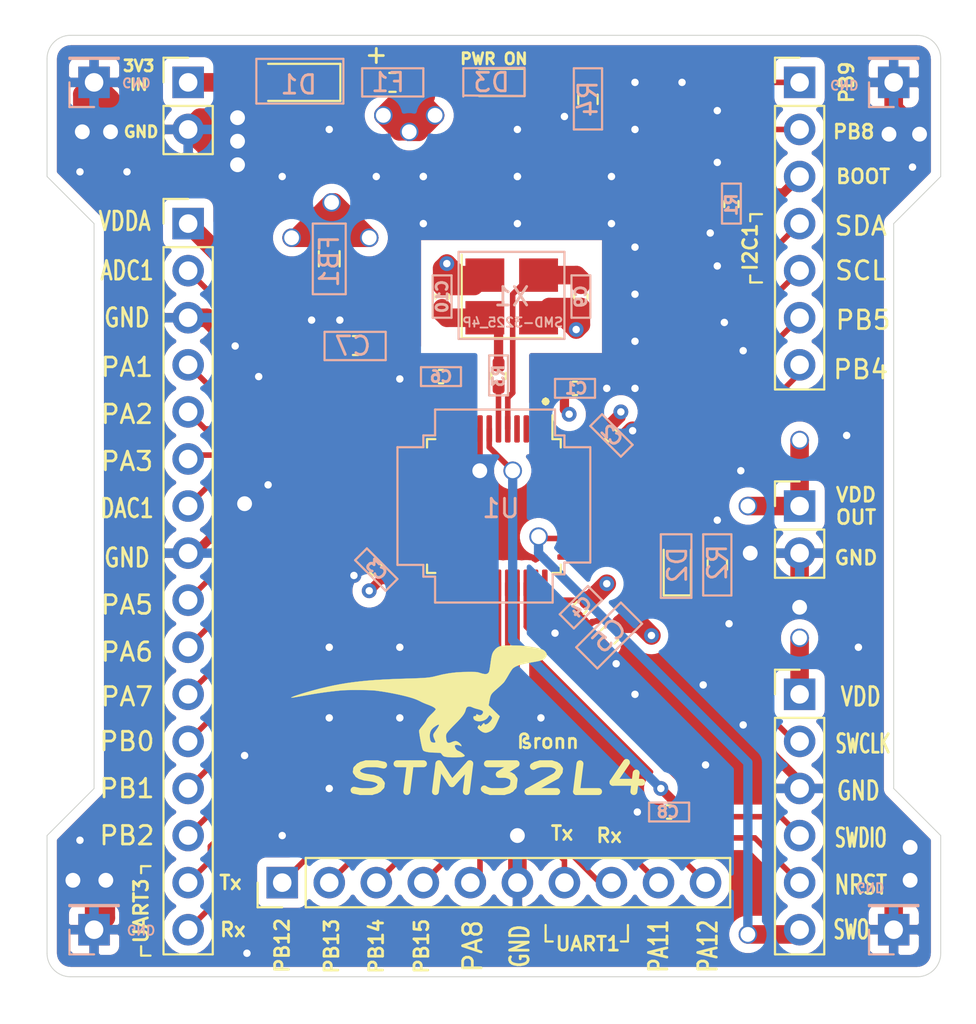
<source format=kicad_pcb>
(kicad_pcb (version 20171130) (host pcbnew "(5.1.10-1-10_14)")
  (layers (0 F.Cu signal) (1 In1.Cu power) (2 In2.Cu power) (31 B.Cu signal) (34 B.Paste user) (35 F.Paste user) (36 B.SilkS user) (37 F.SilkS user) (38 B.Mask user) (39 F.Mask user) (44 Edge.Cuts user))
  (net 0 "")
  (net 1 GND)
  (net 2 +3V3)
  (net 3 +3.3VA)
  (net 4 NRST)
  (net 5 HSE_IN)
  (net 6 "Net-(C10-Pad1)")
  (net 7 "Net-(D1-Pad1)")
  (net 8 "Net-(D1-Pad2)")
  (net 9 LED_STATUS)
  (net 10 "Net-(D2-Pad1)")
  (net 11 "Net-(D3-Pad1)")
  (net 12 PB9)
  (net 13 PB8)
  (net 14 BOOT)
  (net 15 I2C1_SDA)
  (net 16 I2C1_SCL)
  (net 17 PB5)
  (net 18 PB4)
  (net 19 ADC1_IN5)
  (net 20 PA1)
  (net 21 PA2)
  (net 22 PA3)
  (net 23 DAC1_OUT1)
  (net 24 PA5)
  (net 25 PA6)
  (net 26 PA7)
  (net 27 PB0)
  (net 28 PB1)
  (net 29 PB2)
  (net 30 USART3_Tx)
  (net 31 USART3_Rx)
  (net 32 SWCLK)
  (net 33 SWDIO)
  (net 34 SWO)
  (net 35 PB12)
  (net 36 PB13)
  (net 37 PB14)
  (net 38 PB15)
  (net 39 PA8)
  (net 40 USART_Tx)
  (net 41 USART_Rx)
  (net 42 PA11)
  (net 43 PA12)
  (net 44 HSE_OUT)
  (net 45 "Net-(U1-Pad2)")
  (net 46 "Net-(U1-Pad3)")
  (net 47 "Net-(U1-Pad4)")
  (module MySilkScreens:raptor_large (layer F.Cu) (at 167.386 71.501)
    (fp_text reference G*** hide)
    (fp_text value LOGO hide)
  )
  (module Capacitor_SMD:C_0402_1005Metric_Pad0.74x0.62mm_HandSolder (layer F.Cu) (at 168.5965 53.975 180)
    (fp_text reference C6 (at 0 0) (layer B.SilkS) (effects (font (size 0.6 0.6)) (justify mirror)))
    (fp_text value 10n)
    (pad 1 smd roundrect (at -0.5675 0 180) (size 0.735 0.62) (layers F.Cu F.Paste F.Mask) (net 3 +3.3VA))
    (pad 2 smd roundrect (at 0.5675 0 180) (size 0.735 0.62) (layers F.Cu F.Paste F.Mask) (net 1 GND))
  )
  (module Capacitor_SMD:C_0402_1005Metric_Pad0.74x0.62mm_HandSolder (layer F.Cu) (at 168.656 49.65554 90)
    (fp_text reference C10 (at -0.00146 0 270) (layer B.SilkS) (effects (font (size 0.6 0.6)) (justify mirror)))
    (fp_text value 10p)
    (pad 2 smd roundrect (at 0.5675 0 90) (size 0.735 0.62) (layers F.Cu F.Paste F.Mask) (net 1 GND))
    (pad 1 smd roundrect (at -0.5675 0 90) (size 0.735 0.62) (layers F.Cu F.Paste F.Mask) (net 6 "Net-(C10-Pad1)"))
  )
  (module Capacitor_SMD:C_0603_1608Metric_Pad1.08x0.95mm_HandSolder (layer F.Cu) (at 177.69812 67.91988 225)
    (fp_text reference C5 (at 0.035525 0 45) (layer B.SilkS) (effects (justify mirror)))
    (fp_text value 10u)
    (pad 2 smd roundrect (at 0.8625 0 225) (size 1.075 0.95) (layers F.Cu F.Paste F.Mask) (net 1 GND))
    (pad 1 smd roundrect (at -0.8625 0 225) (size 1.075 0.95) (layers F.Cu F.Paste F.Mask) (net 2 +3V3))
  )
  (module Connector_PinHeader_2.54mm:PinHeader_1x10_P2.54mm_Vertical (layer F.Cu) (at 160.02 81.28 90)
    (fp_text reference J6 hide)
    (fp_text value Conn_01x10)
    (pad 10 thru_hole oval (at 0 22.86 90) (size 1.7 1.7) (drill 1) (layers *.Cu *.Mask) (net 43 PA12))
    (pad 9 thru_hole oval (at 0 20.32 90) (size 1.7 1.7) (drill 1) (layers *.Cu *.Mask) (net 42 PA11))
    (pad 8 thru_hole oval (at 0 17.78 90) (size 1.7 1.7) (drill 1) (layers *.Cu *.Mask) (net 41 USART_Rx))
    (pad 7 thru_hole oval (at 0 15.24 90) (size 1.7 1.7) (drill 1) (layers *.Cu *.Mask) (net 40 USART_Tx))
    (pad 6 thru_hole oval (at 0 12.7 90) (size 1.7 1.7) (drill 1) (layers *.Cu *.Mask) (net 1 GND))
    (pad 5 thru_hole oval (at 0 10.16 90) (size 1.7 1.7) (drill 1) (layers *.Cu *.Mask) (net 39 PA8))
    (pad 4 thru_hole oval (at 0 7.62 90) (size 1.7 1.7) (drill 1) (layers *.Cu *.Mask) (net 38 PB15))
    (pad 3 thru_hole oval (at 0 5.08 90) (size 1.7 1.7) (drill 1) (layers *.Cu *.Mask) (net 37 PB14))
    (pad 2 thru_hole oval (at 0 2.54 90) (size 1.7 1.7) (drill 1) (layers *.Cu *.Mask) (net 36 PB13))
    (pad 1 thru_hole rect (at 0 0 90) (size 1.7 1.7) (drill 1) (layers *.Cu *.Mask) (net 35 PB12))
  )
  (module Connector_PinHeader_2.54mm:PinHeader_1x01_P2.54mm_Vertical (layer B.Cu) (at 193.04 83.82)
    (fp_text reference J9 hide)
    (fp_text value Conn_01x01)
    (pad 1 thru_hole rect (at 0 0) (size 1.7 1.7) (drill 1) (layers *.Cu *.Mask) (net 1 GND))
  )
  (module Capacitor_SMD:C_0402_1005Metric_Pad0.74x0.62mm_HandSolder (layer F.Cu) (at 175.8275 54.61)
    (fp_text reference C1 (at 0.0675 0) (layer B.SilkS) (effects (font (size 0.6 0.6)) (justify mirror)))
    (fp_text value 100n)
    (pad 2 smd roundrect (at 0.5675 0) (size 0.735 0.62) (layers F.Cu F.Paste F.Mask) (net 1 GND))
    (pad 1 smd roundrect (at -0.5675 0) (size 0.735 0.62) (layers F.Cu F.Paste F.Mask) (net 2 +3V3))
  )
  (module Capacitor_SMD:C_0402_1005Metric_Pad0.74x0.62mm_HandSolder (layer F.Cu) (at 177.8 57.15 315)
    (fp_text reference C2 (at 0 0 135) (layer B.SilkS) (effects (font (size 0.6 0.6)) (justify mirror)))
    (fp_text value 100n)
    (pad 1 smd roundrect (at -0.5675 0 315) (size 0.735 0.62) (layers F.Cu F.Paste F.Mask) (net 2 +3V3))
    (pad 2 smd roundrect (at 0.5675 0 315) (size 0.735 0.62) (layers F.Cu F.Paste F.Mask) (net 1 GND))
  )
  (module Capacitor_SMD:C_0402_1005Metric_Pad0.74x0.62mm_HandSolder (layer F.Cu) (at 165.1 64.368717 135)
    (fp_text reference C3 (at -0.014342 -0.014342 135) (layer B.SilkS) (effects (font (size 0.6 0.6)) (justify mirror)))
    (fp_text value 100n)
    (pad 2 smd roundrect (at 0.5675 0 135) (size 0.735 0.62) (layers F.Cu F.Paste F.Mask) (net 1 GND))
    (pad 1 smd roundrect (at -0.5675 0 135) (size 0.735 0.62) (layers F.Cu F.Paste F.Mask) (net 2 +3V3))
  )
  (module Capacitor_SMD:C_0402_1005Metric_Pad0.74x0.62mm_HandSolder (layer F.Cu) (at 176.128717 66.441283 225)
    (fp_text reference C4 (at -0.028684 0 45) (layer B.SilkS) (effects (font (size 0.6 0.6)) (justify mirror)))
    (fp_text value 100n)
    (pad 1 smd roundrect (at -0.5675 0 225) (size 0.735 0.62) (layers F.Cu F.Paste F.Mask) (net 2 +3V3))
    (pad 2 smd roundrect (at 0.5675 0 225) (size 0.735 0.62) (layers F.Cu F.Paste F.Mask) (net 1 GND))
  )
  (module Capacitor_SMD:C_0603_1608Metric_Pad1.08x0.95mm_HandSolder (layer F.Cu) (at 163.9835 52.298 180)
    (fp_text reference C7 (at 0.1535 -0.026) (layer B.SilkS) (effects (justify mirror)))
    (fp_text value 1u)
    (pad 1 smd roundrect (at -0.8625 0 180) (size 1.075 0.95) (layers F.Cu F.Paste F.Mask) (net 3 +3.3VA))
    (pad 2 smd roundrect (at 0.8625 0 180) (size 1.075 0.95) (layers F.Cu F.Paste F.Mask) (net 1 GND))
  )
  (module Capacitor_SMD:C_0402_1005Metric_Pad0.74x0.62mm_HandSolder (layer F.Cu) (at 180.9155 77.47 180)
    (fp_text reference C8 (at 0.0675 0) (layer B.SilkS) (effects (font (size 0.6 0.6)) (justify mirror)))
    (fp_text value 100n)
    (pad 2 smd roundrect (at 0.5675 0 180) (size 0.735 0.62) (layers F.Cu F.Paste F.Mask) (net 1 GND))
    (pad 1 smd roundrect (at -0.5675 0 180) (size 0.735 0.62) (layers F.Cu F.Paste F.Mask) (net 4 NRST))
  )
  (module Capacitor_SMD:C_0402_1005Metric_Pad0.74x0.62mm_HandSolder (layer F.Cu) (at 176.149 49.65592 270)
    (fp_text reference C9 (at 0.00108 0 270) (layer B.SilkS) (effects (font (size 0.6 0.6)) (justify mirror)))
    (fp_text value 10p)
    (pad 1 smd roundrect (at -0.5675 0 270) (size 0.735 0.62) (layers F.Cu F.Paste F.Mask) (net 5 HSE_IN))
    (pad 2 smd roundrect (at 0.5675 0 270) (size 0.735 0.62) (layers F.Cu F.Paste F.Mask) (net 1 GND))
  )
  (module Diode_SMD:D_SOD-123 (layer F.Cu) (at 160.91 38.1 180)
    (fp_text reference D1 (at 0.001 -0.127) (layer B.SilkS) (effects (justify mirror)))
    (fp_text value B5619W)
    (pad 1 smd rect (at -1.65 0 180) (size 0.9 1.2) (layers F.Cu F.Paste F.Mask) (net 7 "Net-(D1-Pad1)"))
    (pad 2 smd rect (at 1.65 0 180) (size 0.9 1.2) (layers F.Cu F.Paste F.Mask) (net 8 "Net-(D1-Pad2)"))
  )
  (module LED_SMD:LED_0603_1608Metric_Pad1.05x0.95mm_HandSolder (layer F.Cu) (at 181.356 64.121 90)
    (fp_text reference D2 (at -0.014 0 90) (layer B.SilkS) (effects (justify mirror)))
    (fp_text value LED_Small_Blue)
    (pad 2 smd roundrect (at 0.875 0 90) (size 1.05 0.95) (layers F.Cu F.Paste F.Mask) (net 9 LED_STATUS))
    (pad 1 smd roundrect (at -0.875 0 90) (size 1.05 0.95) (layers F.Cu F.Paste F.Mask) (net 10 "Net-(D2-Pad1)"))
  )
  (module LED_SMD:LED_0603_1608Metric_Pad1.05x0.95mm_HandSolder (layer F.Cu) (at 171.45 38.1 180)
    (fp_text reference D3 (at 0.127 0) (layer B.SilkS) (effects (justify mirror)))
    (fp_text value LED_Small_Red)
    (pad 1 smd roundrect (at -0.875 0 180) (size 1.05 0.95) (layers F.Cu F.Paste F.Mask) (net 11 "Net-(D3-Pad1)"))
    (pad 2 smd roundrect (at 0.875 0 180) (size 1.05 0.95) (layers F.Cu F.Paste F.Mask) (net 2 +3V3))
  )
  (module Fuse:Fuse_0603_1608Metric_Pad1.05x0.95mm_HandSolder (layer F.Cu) (at 165.975 38.1 180)
    (fp_text reference F1 (at 0.24 0) (layer B.SilkS) (effects (justify mirror)))
    (fp_text value 500m)
    (pad 1 smd roundrect (at -0.875 0 180) (size 1.05 0.95) (layers F.Cu F.Paste F.Mask) (net 2 +3V3))
    (pad 2 smd roundrect (at 0.875 0 180) (size 1.05 0.95) (layers F.Cu F.Paste F.Mask) (net 7 "Net-(D1-Pad1)"))
  )
  (module Inductor_SMD:L_0805_2012Metric_Pad1.05x1.20mm_HandSolder (layer F.Cu) (at 162.56 47.618 90)
    (fp_text reference FB1 (at -0.134 0 90) (layer B.SilkS) (effects (justify mirror)))
    (fp_text value "100 @ 100MHz")
    (pad 1 smd roundrect (at -1.15 0 90) (size 1.05 1.2) (layers F.Cu F.Paste F.Mask) (roundrect_rratio 0.2380942857142857) (net 3 +3.3VA))
    (pad 2 smd roundrect (at 1.15 0 90) (size 1.05 1.2) (layers F.Cu F.Paste F.Mask) (roundrect_rratio 0.2380942857142857) (net 2 +3V3))
  )
  (module Connector_PinHeader_2.54mm:PinHeader_1x02_P2.54mm_Vertical (layer F.Cu) (at 154.94 38.1)
    (fp_text reference J1 hide)
    (fp_text value Conn_01x02)
    (pad 1 thru_hole rect (at 0 0) (size 1.7 1.7) (drill 1) (layers *.Cu *.Mask) (net 8 "Net-(D1-Pad2)"))
    (pad 2 thru_hole oval (at 0 2.54) (size 1.7 1.7) (drill 1) (layers *.Cu *.Mask) (net 1 GND))
  )
  (module Connector_PinHeader_2.54mm:PinHeader_1x02_P2.54mm_Vertical (layer F.Cu) (at 187.96 60.96)
    (fp_text reference J2 hide)
    (fp_text value Conn_01x02)
    (pad 2 thru_hole oval (at 0 2.54) (size 1.7 1.7) (drill 1) (layers *.Cu *.Mask) (net 1 GND))
    (pad 1 thru_hole rect (at 0 0) (size 1.7 1.7) (drill 1) (layers *.Cu *.Mask) (net 2 +3V3))
  )
  (module Connector_PinHeader_2.54mm:PinHeader_1x07_P2.54mm_Vertical (layer F.Cu) (at 187.96 38.1)
    (fp_text reference J3 hide)
    (fp_text value Conn_01x07)
    (pad 1 thru_hole rect (at 0 0) (size 1.7 1.7) (drill 1) (layers *.Cu *.Mask) (net 12 PB9))
    (pad 2 thru_hole oval (at 0 2.54) (size 1.7 1.7) (drill 1) (layers *.Cu *.Mask) (net 13 PB8))
    (pad 3 thru_hole oval (at 0 5.08) (size 1.7 1.7) (drill 1) (layers *.Cu *.Mask) (net 14 BOOT))
    (pad 4 thru_hole oval (at 0 7.62) (size 1.7 1.7) (drill 1) (layers *.Cu *.Mask) (net 15 I2C1_SDA))
    (pad 5 thru_hole oval (at 0 10.16) (size 1.7 1.7) (drill 1) (layers *.Cu *.Mask) (net 16 I2C1_SCL))
    (pad 6 thru_hole oval (at 0 12.7) (size 1.7 1.7) (drill 1) (layers *.Cu *.Mask) (net 17 PB5))
    (pad 7 thru_hole oval (at 0 15.24) (size 1.7 1.7) (drill 1) (layers *.Cu *.Mask) (net 18 PB4))
  )
  (module Connector_PinHeader_2.54mm:PinHeader_1x16_P2.54mm_Vertical (layer F.Cu) (at 154.94 45.72)
    (fp_text reference J4 hide)
    (fp_text value Conn_01x16)
    (pad 1 thru_hole rect (at 0 0) (size 1.7 1.7) (drill 1) (layers *.Cu *.Mask) (net 3 +3.3VA))
    (pad 2 thru_hole oval (at 0 2.54) (size 1.7 1.7) (drill 1) (layers *.Cu *.Mask) (net 19 ADC1_IN5))
    (pad 3 thru_hole oval (at 0 5.08) (size 1.7 1.7) (drill 1) (layers *.Cu *.Mask) (net 1 GND))
    (pad 4 thru_hole oval (at 0 7.62) (size 1.7 1.7) (drill 1) (layers *.Cu *.Mask) (net 20 PA1))
    (pad 5 thru_hole oval (at 0 10.16) (size 1.7 1.7) (drill 1) (layers *.Cu *.Mask) (net 21 PA2))
    (pad 6 thru_hole oval (at 0 12.7) (size 1.7 1.7) (drill 1) (layers *.Cu *.Mask) (net 22 PA3))
    (pad 7 thru_hole oval (at 0 15.24) (size 1.7 1.7) (drill 1) (layers *.Cu *.Mask) (net 23 DAC1_OUT1))
    (pad 8 thru_hole oval (at 0 17.78) (size 1.7 1.7) (drill 1) (layers *.Cu *.Mask) (net 1 GND))
    (pad 9 thru_hole oval (at 0 20.32) (size 1.7 1.7) (drill 1) (layers *.Cu *.Mask) (net 24 PA5))
    (pad 10 thru_hole oval (at 0 22.86) (size 1.7 1.7) (drill 1) (layers *.Cu *.Mask) (net 25 PA6))
    (pad 11 thru_hole oval (at 0 25.4) (size 1.7 1.7) (drill 1) (layers *.Cu *.Mask) (net 26 PA7))
    (pad 12 thru_hole oval (at 0 27.94) (size 1.7 1.7) (drill 1) (layers *.Cu *.Mask) (net 27 PB0))
    (pad 13 thru_hole oval (at 0 30.48) (size 1.7 1.7) (drill 1) (layers *.Cu *.Mask) (net 28 PB1))
    (pad 14 thru_hole oval (at 0 33.02) (size 1.7 1.7) (drill 1) (layers *.Cu *.Mask) (net 29 PB2))
    (pad 15 thru_hole oval (at 0 35.56) (size 1.7 1.7) (drill 1) (layers *.Cu *.Mask) (net 30 USART3_Tx))
    (pad 16 thru_hole oval (at 0 38.1) (size 1.7 1.7) (drill 1) (layers *.Cu *.Mask) (net 31 USART3_Rx))
  )
  (module Connector_PinHeader_2.54mm:PinHeader_1x06_P2.54mm_Vertical (layer F.Cu) (at 187.96 71.12)
    (fp_text reference J5 hide)
    (fp_text value Conn_01x06)
    (pad 1 thru_hole rect (at 0 0) (size 1.7 1.7) (drill 1) (layers *.Cu *.Mask) (net 2 +3V3))
    (pad 2 thru_hole oval (at 0 2.54) (size 1.7 1.7) (drill 1) (layers *.Cu *.Mask) (net 32 SWCLK))
    (pad 3 thru_hole oval (at 0 5.08) (size 1.7 1.7) (drill 1) (layers *.Cu *.Mask) (net 1 GND))
    (pad 4 thru_hole oval (at 0 7.62) (size 1.7 1.7) (drill 1) (layers *.Cu *.Mask) (net 33 SWDIO))
    (pad 5 thru_hole oval (at 0 10.16) (size 1.7 1.7) (drill 1) (layers *.Cu *.Mask) (net 4 NRST))
    (pad 6 thru_hole oval (at 0 12.7) (size 1.7 1.7) (drill 1) (layers *.Cu *.Mask) (net 34 SWO))
  )
  (module Connector_PinHeader_2.54mm:PinHeader_1x01_P2.54mm_Vertical (layer B.Cu) (at 193.04 38.1)
    (fp_text reference J7 hide)
    (fp_text value Conn_01x01)
    (pad 1 thru_hole rect (at 0 0) (size 1.7 1.7) (drill 1) (layers *.Cu *.Mask) (net 1 GND))
  )
  (module Connector_PinHeader_2.54mm:PinHeader_1x01_P2.54mm_Vertical (layer B.Cu) (at 149.86 38.1)
    (fp_text reference J8 hide)
    (fp_text value Conn_01x01)
    (pad 1 thru_hole rect (at 0 0) (size 1.7 1.7) (drill 1) (layers *.Cu *.Mask) (net 1 GND))
  )
  (module Connector_PinHeader_2.54mm:PinHeader_1x01_P2.54mm_Vertical (layer B.Cu) (at 149.86 83.82)
    (fp_text reference J10 hide)
    (fp_text value Conn_01x01)
    (pad 1 thru_hole rect (at 0 0) (size 1.7 1.7) (drill 1) (layers *.Cu *.Mask) (net 1 GND))
  )
  (module Resistor_SMD:R_0402_1005Metric_Pad0.72x0.64mm_HandSolder (layer F.Cu) (at 184.277 44.6665 270)
    (fp_text reference R1 (at 0.0375 0 90) (layer B.SilkS) (effects (font (size 0.6 0.6)) (justify mirror)))
    (fp_text value 10k)
    (pad 1 smd roundrect (at -0.5975 0 270) (size 0.715 0.64) (layers F.Cu F.Paste F.Mask) (net 14 BOOT))
    (pad 2 smd roundrect (at 0.5975 0 270) (size 0.715 0.64) (layers F.Cu F.Paste F.Mask) (net 1 GND))
  )
  (module Resistor_SMD:R_0603_1608Metric_Pad0.98x0.95mm_HandSolder (layer F.Cu) (at 183.515 64.135 90)
    (fp_text reference R2 (at 0.127 0 90) (layer B.SilkS) (effects (justify mirror)))
    (fp_text value 1.5k)
    (pad 2 smd roundrect (at 0.9125 0 90) (size 0.975 0.95) (layers F.Cu F.Paste F.Mask) (net 1 GND))
    (pad 1 smd roundrect (at -0.9125 0 90) (size 0.975 0.95) (layers F.Cu F.Paste F.Mask) (net 10 "Net-(D2-Pad1)"))
  )
  (module Resistor_SMD:R_0402_1005Metric_Pad0.72x0.64mm_HandSolder (layer F.Cu) (at 171.704 53.9375 90)
    (fp_text reference R3 (at 0 0 90) (layer B.SilkS) (effects (font (size 0.6 0.6)) (justify mirror)))
    (fp_text value 10)
    (pad 2 smd roundrect (at 0.5975 0 90) (size 0.715 0.64) (layers F.Cu F.Paste F.Mask) (net 6 "Net-(C10-Pad1)"))
    (pad 1 smd roundrect (at -0.5975 0 90) (size 0.715 0.64) (layers F.Cu F.Paste F.Mask) (net 44 HSE_OUT))
  )
  (module Resistor_SMD:R_0603_1608Metric_Pad0.98x0.95mm_HandSolder (layer F.Cu) (at 176.53 39.0125 270)
    (fp_text reference R4 (at -0.0235 0 90) (layer B.SilkS) (effects (justify mirror)))
    (fp_text value 2.2k)
    (pad 1 smd roundrect (at -0.9125 0 270) (size 0.975 0.95) (layers F.Cu F.Paste F.Mask) (net 11 "Net-(D3-Pad1)"))
    (pad 2 smd roundrect (at 0.9125 0 270) (size 0.975 0.95) (layers F.Cu F.Paste F.Mask) (net 1 GND))
  )
  (module Package_QFP:LQFP-48_7x7mm_P0.5mm (layer F.Cu) (at 171.45 60.96 270)
    (fp_text reference U1 (at 0.127 -0.381) (layer B.SilkS) (effects (justify mirror)))
    (fp_text value STM32L431CBTx)
    (pad 1 smd roundrect (at -4.1625 -2.75 270) (size 1.475 0.3) (layers F.Cu F.Paste F.Mask) (net 2 +3V3))
    (pad 2 smd roundrect (at -4.1625 -2.25 270) (size 1.475 0.3) (layers F.Cu F.Paste F.Mask) (net 45 "Net-(U1-Pad2)"))
    (pad 3 smd roundrect (at -4.1625 -1.75 270) (size 1.475 0.3) (layers F.Cu F.Paste F.Mask) (net 46 "Net-(U1-Pad3)"))
    (pad 4 smd roundrect (at -4.1625 -1.25 270) (size 1.475 0.3) (layers F.Cu F.Paste F.Mask) (net 47 "Net-(U1-Pad4)"))
    (pad 5 smd roundrect (at -4.1625 -0.75 270) (size 1.475 0.3) (layers F.Cu F.Paste F.Mask) (net 5 HSE_IN))
    (pad 6 smd roundrect (at -4.1625 -0.25 270) (size 1.475 0.3) (layers F.Cu F.Paste F.Mask) (net 44 HSE_OUT))
    (pad 7 smd roundrect (at -4.1625 0.25 270) (size 1.475 0.3) (layers F.Cu F.Paste F.Mask) (net 4 NRST))
    (pad 8 smd roundrect (at -4.1625 0.75 270) (size 1.475 0.3) (layers F.Cu F.Paste F.Mask) (net 1 GND))
    (pad 9 smd roundrect (at -4.1625 1.25 270) (size 1.475 0.3) (layers F.Cu F.Paste F.Mask) (net 3 +3.3VA))
    (pad 10 smd roundrect (at -4.1625 1.75 270) (size 1.475 0.3) (layers F.Cu F.Paste F.Mask) (net 19 ADC1_IN5))
    (pad 11 smd roundrect (at -4.1625 2.25 270) (size 1.475 0.3) (layers F.Cu F.Paste F.Mask) (net 20 PA1))
    (pad 12 smd roundrect (at -4.1625 2.75 270) (size 1.475 0.3) (layers F.Cu F.Paste F.Mask) (net 21 PA2))
    (pad 13 smd roundrect (at -2.75 4.1625 270) (size 0.3 1.475) (layers F.Cu F.Paste F.Mask) (net 22 PA3))
    (pad 14 smd roundrect (at -2.25 4.1625 270) (size 0.3 1.475) (layers F.Cu F.Paste F.Mask) (net 23 DAC1_OUT1))
    (pad 15 smd roundrect (at -1.75 4.1625 270) (size 0.3 1.475) (layers F.Cu F.Paste F.Mask) (net 24 PA5))
    (pad 16 smd roundrect (at -1.25 4.1625 270) (size 0.3 1.475) (layers F.Cu F.Paste F.Mask) (net 25 PA6))
    (pad 17 smd roundrect (at -0.75 4.1625 270) (size 0.3 1.475) (layers F.Cu F.Paste F.Mask) (net 26 PA7))
    (pad 18 smd roundrect (at -0.25 4.1625 270) (size 0.3 1.475) (layers F.Cu F.Paste F.Mask) (net 27 PB0))
    (pad 19 smd roundrect (at 0.25 4.1625 270) (size 0.3 1.475) (layers F.Cu F.Paste F.Mask) (net 28 PB1))
    (pad 20 smd roundrect (at 0.75 4.1625 270) (size 0.3 1.475) (layers F.Cu F.Paste F.Mask) (net 29 PB2))
    (pad 21 smd roundrect (at 1.25 4.1625 270) (size 0.3 1.475) (layers F.Cu F.Paste F.Mask) (net 30 USART3_Tx))
    (pad 22 smd roundrect (at 1.75 4.1625 270) (size 0.3 1.475) (layers F.Cu F.Paste F.Mask) (net 31 USART3_Rx))
    (pad 23 smd roundrect (at 2.25 4.1625 270) (size 0.3 1.475) (layers F.Cu F.Paste F.Mask) (net 1 GND))
    (pad 24 smd roundrect (at 2.75 4.1625 270) (size 0.3 1.475) (layers F.Cu F.Paste F.Mask) (net 2 +3V3))
    (pad 25 smd roundrect (at 4.1625 2.75 270) (size 1.475 0.3) (layers F.Cu F.Paste F.Mask) (net 35 PB12))
    (pad 26 smd roundrect (at 4.1625 2.25 270) (size 1.475 0.3) (layers F.Cu F.Paste F.Mask) (net 36 PB13))
    (pad 27 smd roundrect (at 4.1625 1.75 270) (size 1.475 0.3) (layers F.Cu F.Paste F.Mask) (net 37 PB14))
    (pad 28 smd roundrect (at 4.1625 1.25 270) (size 1.475 0.3) (layers F.Cu F.Paste F.Mask) (net 38 PB15))
    (pad 29 smd roundrect (at 4.1625 0.75 270) (size 1.475 0.3) (layers F.Cu F.Paste F.Mask) (net 39 PA8))
    (pad 30 smd roundrect (at 4.1625 0.25 270) (size 1.475 0.3) (layers F.Cu F.Paste F.Mask) (net 40 USART_Tx))
    (pad 31 smd roundrect (at 4.1625 -0.25 270) (size 1.475 0.3) (layers F.Cu F.Paste F.Mask) (net 41 USART_Rx))
    (pad 32 smd roundrect (at 4.1625 -0.75 270) (size 1.475 0.3) (layers F.Cu F.Paste F.Mask) (net 42 PA11))
    (pad 33 smd roundrect (at 4.1625 -1.25 270) (size 1.475 0.3) (layers F.Cu F.Paste F.Mask) (net 43 PA12))
    (pad 34 smd roundrect (at 4.1625 -1.75 270) (size 1.475 0.3) (layers F.Cu F.Paste F.Mask) (net 33 SWDIO))
    (pad 35 smd roundrect (at 4.1625 -2.25 270) (size 1.475 0.3) (layers F.Cu F.Paste F.Mask) (net 1 GND))
    (pad 36 smd roundrect (at 4.1625 -2.75 270) (size 1.475 0.3) (layers F.Cu F.Paste F.Mask) (net 2 +3V3))
    (pad 37 smd roundrect (at 2.75 -4.1625 270) (size 0.3 1.475) (layers F.Cu F.Paste F.Mask) (net 32 SWCLK))
    (pad 38 smd roundrect (at 2.25 -4.1625 270) (size 0.3 1.475) (layers F.Cu F.Paste F.Mask) (net 9 LED_STATUS))
    (pad 39 smd roundrect (at 1.75 -4.1625 270) (size 0.3 1.475) (layers F.Cu F.Paste F.Mask) (net 34 SWO))
    (pad 40 smd roundrect (at 1.25 -4.1625 270) (size 0.3 1.475) (layers F.Cu F.Paste F.Mask) (net 18 PB4))
    (pad 41 smd roundrect (at 0.75 -4.1625 270) (size 0.3 1.475) (layers F.Cu F.Paste F.Mask) (net 17 PB5))
    (pad 42 smd roundrect (at 0.25 -4.1625 270) (size 0.3 1.475) (layers F.Cu F.Paste F.Mask) (net 16 I2C1_SCL))
    (pad 43 smd roundrect (at -0.25 -4.1625 270) (size 0.3 1.475) (layers F.Cu F.Paste F.Mask) (net 15 I2C1_SDA))
    (pad 44 smd roundrect (at -0.75 -4.1625 270) (size 0.3 1.475) (layers F.Cu F.Paste F.Mask) (net 14 BOOT))
    (pad 45 smd roundrect (at -1.25 -4.1625 270) (size 0.3 1.475) (layers F.Cu F.Paste F.Mask) (net 13 PB8))
    (pad 46 smd roundrect (at -1.75 -4.1625 270) (size 0.3 1.475) (layers F.Cu F.Paste F.Mask) (net 12 PB9))
    (pad 47 smd roundrect (at -2.25 -4.1625 270) (size 0.3 1.475) (layers F.Cu F.Paste F.Mask) (net 1 GND))
    (pad 48 smd roundrect (at -2.75 -4.1625 270) (size 0.3 1.475) (layers F.Cu F.Paste F.Mask) (net 2 +3V3))
  )
  (module Crystal:Crystal_SMD_3225-4Pin_3.2x2.5mm_HandSoldering (layer F.Cu) (at 172.413 49.65)
    (fp_text reference X1 (at 0 0.007) (layer B.SilkS) (effects (justify mirror)))
    (fp_text value 24MHz)
    (pad 1 smd rect (at -1.45 1.15) (size 2.1 1.8) (layers F.Cu F.Paste F.Mask) (net 6 "Net-(C10-Pad1)"))
    (pad 2 smd rect (at 1.45 1.15) (size 2.1 1.8) (layers F.Cu F.Paste F.Mask) (net 1 GND))
    (pad 3 smd rect (at 1.45 -1.15) (size 2.1 1.8) (layers F.Cu F.Paste F.Mask) (net 5 HSE_IN))
    (pad 4 smd rect (at -1.45 -1.15) (size 2.1 1.8) (layers F.Cu F.Paste F.Mask) (net 1 GND))
  )
  (gr_text SMD-3225_4P (at 172.466 51.054) (layer B.SilkS) (effects (font (size 0.5 0.5) (thickness 0.1)) (justify mirror)))
  (gr_text + (at 165.1 36.576) (layer F.SilkS) (effects (font (size 1 1))))
  (gr_text ßronn (at 174.371 73.66) (layer F.SilkS) (effects (font (size 0.75 0.75))))
  (gr_text STM32L4 (at 171.577 75.692) (layer F.SilkS) (effects (font (size 1.5 2.5) (thickness 0.375) italic)))
  (gr_line (start 175.26 51.943) (end 169.545 51.943) (layer B.SilkS) (width 0.12))
  (gr_line (start 175.26 47.244) (end 175.26 51.943) (layer B.SilkS) (width 0.12))
  (gr_line (start 169.545 47.244) (end 175.26 47.244) (layer B.SilkS) (width 0.12))
  (gr_line (start 169.545 51.943) (end 169.545 47.244) (layer B.SilkS) (width 0.12))
  (gr_line (start 176.657 64.008) (end 176.657 57.785) (layer B.SilkS) (width 0.12))
  (gr_line (start 168.275 66.167) (end 174.625 66.167) (layer B.SilkS) (width 0.12))
  (gr_line (start 168.275 64.77) (end 168.275 66.167) (layer B.SilkS) (width 0.12))
  (gr_line (start 167.64 64.77) (end 168.275 64.77) (layer B.SilkS) (width 0.12))
  (gr_line (start 167.64 64.135) (end 167.64 64.77) (layer B.SilkS) (width 0.12))
  (gr_line (start 166.243 64.135) (end 167.64 64.135) (layer B.SilkS) (width 0.12))
  (gr_line (start 166.243 57.785) (end 166.243 64.135) (layer B.SilkS) (width 0.12))
  (gr_line (start 167.64 57.785) (end 166.243 57.785) (layer B.SilkS) (width 0.12))
  (gr_line (start 167.64 57.15) (end 167.64 57.785) (layer B.SilkS) (width 0.12))
  (gr_line (start 168.275 57.15) (end 167.64 57.15) (layer B.SilkS) (width 0.12))
  (gr_line (start 168.275 55.753) (end 168.275 57.15) (layer B.SilkS) (width 0.12))
  (gr_line (start 174.752 55.753) (end 168.275 55.753) (layer B.SilkS) (width 0.12))
  (gr_line (start 174.752 57.15) (end 174.752 55.753) (layer B.SilkS) (width 0.12))
  (gr_line (start 175.26 57.15) (end 174.752 57.15) (layer B.SilkS) (width 0.12))
  (gr_line (start 175.26 57.785) (end 175.26 57.15) (layer B.SilkS) (width 0.12))
  (gr_line (start 176.657 57.785) (end 175.26 57.785) (layer B.SilkS) (width 0.12))
  (gr_line (start 175.26 64.008) (end 176.657 64.008) (layer B.SilkS) (width 0.12))
  (gr_line (start 175.26 64.643) (end 175.26 64.008) (layer B.SilkS) (width 0.12))
  (gr_line (start 174.625 64.643) (end 175.26 64.643) (layer B.SilkS) (width 0.12))
  (gr_line (start 174.625 66.167) (end 174.625 64.643) (layer B.SilkS) (width 0.12))
  (gr_line (start 175.641 48.514) (end 175.641 50.8) (layer B.SilkS) (width 0.12))
  (gr_line (start 176.657 50.8) (end 175.641 50.8) (layer B.SilkS) (width 0.12))
  (gr_line (start 176.657 48.514) (end 176.657 50.8) (layer B.SilkS) (width 0.12))
  (gr_line (start 175.641 48.514) (end 176.657 48.514) (layer B.SilkS) (width 0.12))
  (gr_line (start 168.148 50.8) (end 168.148 48.514) (layer B.SilkS) (width 0.12))
  (gr_line (start 169.164 50.8) (end 168.148 50.8) (layer B.SilkS) (width 0.12))
  (gr_line (start 169.164 48.514) (end 169.164 50.8) (layer B.SilkS) (width 0.12))
  (gr_line (start 168.148 48.514) (end 169.164 48.514) (layer B.SilkS) (width 0.12))
  (gr_line (start 179.832 77.978) (end 179.832 76.962) (layer B.SilkS) (width 0.12))
  (gr_line (start 181.991 77.978) (end 179.832 77.978) (layer B.SilkS) (width 0.12))
  (gr_line (start 181.991 76.962) (end 181.991 77.978) (layer B.SilkS) (width 0.12))
  (gr_line (start 179.832 76.962) (end 181.991 76.962) (layer B.SilkS) (width 0.12))
  (gr_line (start 165.608 65.532) (end 163.957 63.881) (layer B.SilkS) (width 0.12))
  (gr_line (start 166.243 64.897) (end 165.608 65.532) (layer B.SilkS) (width 0.12))
  (gr_line (start 164.592 63.246) (end 166.243 64.897) (layer B.SilkS) (width 0.12))
  (gr_line (start 163.957 63.881) (end 164.592 63.246) (layer B.SilkS) (width 0.12))
  (gr_line (start 158.623 36.83) (end 158.623 39.243) (layer B.SilkS) (width 0.12))
  (gr_line (start 163.322 36.83) (end 158.623 36.83) (layer B.SilkS) (width 0.12))
  (gr_line (start 163.322 39.243) (end 163.322 36.83) (layer B.SilkS) (width 0.12))
  (gr_line (start 158.623 39.243) (end 163.322 39.243) (layer B.SilkS) (width 0.12))
  (gr_line (start 164.338 38.862) (end 164.338 37.338) (layer B.SilkS) (width 0.12))
  (gr_line (start 167.64 38.862) (end 164.338 38.862) (layer B.SilkS) (width 0.12))
  (gr_line (start 167.64 37.338) (end 167.64 38.862) (layer B.SilkS) (width 0.12))
  (gr_line (start 164.338 37.338) (end 167.64 37.338) (layer B.SilkS) (width 0.12))
  (gr_line (start 175.768 40.64) (end 175.768 37.338) (layer B.SilkS) (width 0.12))
  (gr_line (start 177.292 40.64) (end 175.768 40.64) (layer B.SilkS) (width 0.12))
  (gr_line (start 177.292 37.338) (end 177.292 40.64) (layer B.SilkS) (width 0.12))
  (gr_line (start 175.768 37.338) (end 177.292 37.338) (layer B.SilkS) (width 0.12))
  (gr_line (start 169.799 38.862) (end 169.799 37.338) (layer B.SilkS) (width 0.12))
  (gr_line (start 173.11 38.835) (end 169.799 38.808) (layer B.SilkS) (width 0.12))
  (gr_line (start 173.11 37.365) (end 173.11 38.835) (layer B.SilkS) (width 0.12))
  (gr_line (start 169.799 37.338) (end 173.11 37.311) (layer B.SilkS) (width 0.12))
  (gr_line (start 184.785 43.561) (end 183.769 43.561) (layer B.SilkS) (width 0.12))
  (gr_line (start 184.785 45.72) (end 184.785 43.561) (layer B.SilkS) (width 0.12))
  (gr_line (start 183.769 45.72) (end 184.785 45.72) (layer B.SilkS) (width 0.12))
  (gr_line (start 183.769 43.561) (end 183.769 45.72) (layer B.SilkS) (width 0.12))
  (gr_line (start 182.88 62.484) (end 182.753 62.484) (layer B.SilkS) (width 0.12))
  (gr_line (start 184.277 62.484) (end 182.88 62.484) (layer B.SilkS) (width 0.12))
  (gr_line (start 184.277 65.786) (end 184.277 62.484) (layer B.SilkS) (width 0.12))
  (gr_line (start 182.753 65.786) (end 184.277 65.786) (layer B.SilkS) (width 0.12))
  (gr_line (start 182.753 62.484) (end 182.753 65.786) (layer B.SilkS) (width 0.12))
  (gr_line (start 180.467 62.484) (end 180.594 62.484) (layer B.SilkS) (width 0.12))
  (gr_line (start 180.467 65.913) (end 180.467 62.484) (layer B.SilkS) (width 0.12))
  (gr_line (start 182.118 65.913) (end 180.467 65.913) (layer B.SilkS) (width 0.12))
  (gr_line (start 182.118 62.484) (end 182.118 65.913) (layer B.SilkS) (width 0.12))
  (gr_line (start 180.594 62.484) (end 182.118 62.484) (layer B.SilkS) (width 0.12))
  (gr_line (start 175.895 68.58) (end 178.308 66.167) (layer B.SilkS) (width 0.12))
  (gr_line (start 177.038 69.723) (end 175.895 68.58) (layer B.SilkS) (width 0.12))
  (gr_line (start 179.451 67.31) (end 177.038 69.723) (layer B.SilkS) (width 0.12))
  (gr_line (start 178.308 66.167) (end 179.451 67.31) (layer B.SilkS) (width 0.12))
  (gr_line (start 175.768 67.564) (end 175.006 66.802) (layer B.SilkS) (width 0.12))
  (gr_line (start 177.292 66.04) (end 175.768 67.564) (layer B.SilkS) (width 0.12))
  (gr_line (start 176.53 65.278) (end 177.292 66.04) (layer B.SilkS) (width 0.12))
  (gr_line (start 175.006 66.802) (end 176.53 65.278) (layer B.SilkS) (width 0.12))
  (gr_line (start 176.657 56.642) (end 178.308 58.293) (layer B.SilkS) (width 0.12))
  (gr_line (start 178.308 58.293) (end 178.943 57.658) (layer B.SilkS) (width 0.12))
  (gr_line (start 177.292 56.007) (end 178.943 57.658) (layer B.SilkS) (width 0.12))
  (gr_line (start 176.657 56.642) (end 177.292 56.007) (layer B.SilkS) (width 0.12))
  (gr_line (start 174.752 54.102) (end 174.752 55.118) (layer B.SilkS) (width 0.12))
  (gr_line (start 176.911 55.118) (end 174.752 55.118) (layer B.SilkS) (width 0.12))
  (gr_line (start 176.911 55.118) (end 176.911 54.102) (layer B.SilkS) (width 0.12))
  (gr_line (start 174.752 54.102) (end 176.911 54.102) (layer B.SilkS) (width 0.12))
  (gr_line (start 171.196 52.832) (end 171.196 54.991) (layer B.SilkS) (width 0.12))
  (gr_line (start 172.212 54.991) (end 171.196 54.991) (layer B.SilkS) (width 0.12))
  (gr_line (start 172.212 54.991) (end 172.212 52.832) (layer B.SilkS) (width 0.12))
  (gr_line (start 171.196 52.832) (end 172.212 52.832) (layer B.SilkS) (width 0.12))
  (gr_line (start 167.513 53.467) (end 167.513 54.483) (layer B.SilkS) (width 0.12))
  (gr_line (start 169.672 54.483) (end 167.513 54.483) (layer B.SilkS) (width 0.12))
  (gr_line (start 169.672 54.483) (end 169.672 53.467) (layer B.SilkS) (width 0.12))
  (gr_line (start 167.513 53.467) (end 169.672 53.467) (layer B.SilkS) (width 0.12))
  (gr_line (start 162.306 51.562) (end 162.306 53.086) (layer B.SilkS) (width 0.12))
  (gr_line (start 165.608 53.086) (end 162.306 53.086) (layer B.SilkS) (width 0.12))
  (gr_line (start 165.608 53.086) (end 165.608 51.562) (layer B.SilkS) (width 0.12))
  (gr_line (start 162.306 51.562) (end 165.608 51.562) (layer B.SilkS) (width 0.12))
  (gr_line (start 161.671 45.72) (end 161.671 49.53) (layer B.SilkS) (width 0.12))
  (gr_line (start 163.449 49.53) (end 161.671 49.53) (layer B.SilkS) (width 0.12))
  (gr_line (start 163.449 49.53) (end 163.449 45.72) (layer B.SilkS) (width 0.12))
  (gr_line (start 161.671 45.72) (end 163.449 45.72) (layer B.SilkS) (width 0.12))
  (gr_text • (at 174.244 55.245) (layer F.SilkS) (effects (font (size 1 1))))
  (gr_text "PWR ON" (at 171.45 36.83) (layer F.SilkS) (effects (font (size 0.6 0.6))))
  (gr_text GND (at 152.4 40.767) (layer F.SilkS) (effects (font (size 0.6 0.6))))
  (gr_text IN (at 152.273 38.227) (layer F.SilkS) (effects (font (size 0.6 0.6))))
  (gr_text 3V3 (at 152.273 37.211) (layer F.SilkS) (effects (font (size 0.6 0.6))))
  (gr_text GND (at 152.146 38.1 180) (layer B.SilkS) (effects (font (size 0.5 0.5) (thickness 0.1)) (justify mirror)))
  (gr_text GND (at 190.373 38.227 180) (layer B.SilkS) (effects (font (size 0.5 0.5) (thickness 0.1)) (justify mirror)))
  (gr_text GND (at 191.77 81.534 180) (layer B.SilkS) (effects (font (size 0.5 0.5) (thickness 0.1)) (justify mirror)))
  (gr_text GND (at 152.4 83.82 180) (layer B.SilkS) (effects (font (size 0.5 0.5) (thickness 0.1)) (justify mirror)))
  (gr_text PB9 (at 190.5 38.1 90) (layer F.SilkS) (effects (font (size 0.75 0.75))))
  (gr_text PB8 (at 190.881 40.767) (layer F.SilkS) (effects (font (size 0.75 0.75))))
  (gr_text BOOT (at 191.389 43.18) (layer F.SilkS) (effects (font (size 0.75 0.75))))
  (gr_line (start 185.293 48.895) (end 185.928 48.895) (layer F.SilkS) (width 0.12))
  (gr_line (start 185.293 48.514) (end 185.293 48.895) (layer F.SilkS) (width 0.12))
  (gr_line (start 185.293 45.212) (end 185.928 45.212) (layer F.SilkS) (width 0.12))
  (gr_line (start 185.293 45.593) (end 185.293 45.212) (layer F.SilkS) (width 0.12))
  (gr_text I2C1 (at 185.293 46.99 90) (layer F.SilkS) (effects (font (size 0.75 0.75))))
  (gr_text SDA (at 191.262 45.847) (layer F.SilkS) (effects (font (size 1 1))))
  (gr_text SCL (at 191.262 48.26) (layer F.SilkS) (effects (font (size 1 1))))
  (gr_text PB5 (at 191.389 50.927) (layer F.SilkS) (effects (font (size 1 1))))
  (gr_text PB4 (at 191.262 53.594) (layer F.SilkS) (effects (font (size 1 1))))
  (gr_text GND (at 191.008 63.754) (layer F.SilkS) (effects (font (size 0.75 0.75))))
  (gr_text "VDD\nOUT" (at 191.008 60.96) (layer F.SilkS) (effects (font (size 0.75 0.75))))
  (gr_text SWO (at 190.754 83.82) (layer F.SilkS) (effects (font (size 1 0.6))))
  (gr_text NRST (at 191.262 81.407) (layer F.SilkS) (effects (font (size 1 0.75))))
  (gr_text SWDIO (at 191.262 78.867) (layer F.SilkS) (effects (font (size 1 0.6))))
  (gr_text GND (at 191.135 76.327) (layer F.SilkS) (effects (font (size 1 0.75))))
  (gr_text SWCLK (at 191.389 73.787) (layer F.SilkS) (effects (font (size 1 0.6))))
  (gr_text VDD (at 191.262 71.247) (layer F.SilkS) (effects (font (size 1 0.75))))
  (gr_text PA12 (at 183.007 84.709 90) (layer F.SilkS) (effects (font (size 1 0.75))))
  (gr_text PA11 (at 180.34 84.709 90) (layer F.SilkS) (effects (font (size 1 0.75))))
  (gr_text Rx (at 177.673 78.74) (layer F.SilkS) (effects (font (size 0.75 0.75))))
  (gr_text Tx (at 175.133 78.613) (layer F.SilkS) (effects (font (size 0.75 0.75))))
  (gr_line (start 178.689 84.455) (end 178.689 83.566) (layer F.SilkS) (width 0.12))
  (gr_line (start 178.308 84.455) (end 178.689 84.455) (layer F.SilkS) (width 0.12))
  (gr_line (start 174.244 84.455) (end 174.244 83.566) (layer F.SilkS) (width 0.12))
  (gr_line (start 174.625 84.455) (end 174.244 84.455) (layer F.SilkS) (width 0.12))
  (gr_text UART1 (at 176.53 84.582) (layer F.SilkS) (effects (font (size 0.75 0.75))))
  (gr_line (start 152.4 85.217) (end 152.908 85.217) (layer F.SilkS) (width 0.12))
  (gr_line (start 152.4 84.963) (end 152.4 85.217) (layer F.SilkS) (width 0.12))
  (gr_line (start 152.4 84.709) (end 152.4 84.963) (layer F.SilkS) (width 0.12))
  (gr_line (start 152.4 80.391) (end 152.908 80.391) (layer F.SilkS) (width 0.12))
  (gr_line (start 152.4 80.772) (end 152.4 80.391) (layer F.SilkS) (width 0.12))
  (gr_text UART3 (at 152.4 82.804 90) (layer F.SilkS) (effects (font (size 0.75 0.75))))
  (gr_text GND (at 172.847 84.709 90) (layer F.SilkS) (effects (font (size 1 0.75))))
  (gr_text "PA8\n" (at 170.307 84.709 90) (layer F.SilkS) (effects (font (size 1 1))))
  (gr_text "PB15\n\n" (at 168.148 84.709 90) (layer F.SilkS) (effects (font (size 0.75 0.75))))
  (gr_text "PB14\n" (at 165.1 84.709 90) (layer F.SilkS) (effects (font (size 0.75 0.75))))
  (gr_text PB13 (at 162.687 84.709 90) (layer F.SilkS) (effects (font (size 0.75 0.75))))
  (gr_text PB12 (at 160.02 86.233 90) (layer F.SilkS) (effects (font (size 0.75 0.75)) (justify left)))
  (gr_text Rx (at 157.353 83.82) (layer F.SilkS) (effects (font (size 0.75 0.75))))
  (gr_text Tx (at 157.226 81.28) (layer F.SilkS) (effects (font (size 0.75 0.75))))
  (gr_text PB2 (at 151.638 78.74) (layer F.SilkS) (effects (font (size 1 1))))
  (gr_text PB1 (at 151.638 76.2) (layer F.SilkS) (effects (font (size 1 1))))
  (gr_text PB0 (at 151.638 73.66) (layer F.SilkS) (effects (font (size 1 1))))
  (gr_text "PA7\n" (at 151.638 71.247) (layer F.SilkS) (effects (font (size 1 1))))
  (gr_text PA6 (at 151.638 68.834) (layer F.SilkS) (effects (font (size 1 1))))
  (gr_text "PA5\n" (at 151.638 66.294) (layer F.SilkS) (effects (font (size 1 1))))
  (gr_text GND (at 151.638 63.754) (layer F.SilkS) (effects (font (size 1 0.8))))
  (gr_text ADC1 (at 151.638 48.26) (layer F.SilkS) (effects (font (size 1 0.75))))
  (gr_text DAC1 (at 151.638 61.087) (layer F.SilkS) (effects (font (size 1 0.75))))
  (gr_text "PA3\n" (at 151.638 58.547) (layer F.SilkS) (effects (font (size 1 1))))
  (gr_text "PA2\n" (at 151.638 56.007) (layer F.SilkS) (effects (font (size 1 1))))
  (gr_text PA1 (at 151.638 53.467) (layer F.SilkS) (effects (font (size 1 1))))
  (gr_text GND (at 151.638 50.8) (layer F.SilkS) (effects (font (size 1 0.8))))
  (gr_text VDDA (at 151.511 45.593) (layer F.SilkS) (effects (font (size 1 0.75))))
  (gr_arc (start 148.59 85.09) (end 147.32 85.09) (angle -90) (layer Edge.Cuts) (width 0.05))
  (gr_arc (start 194.31 85.09) (end 194.31 86.36) (angle -90) (layer Edge.Cuts) (width 0.05))
  (gr_arc (start 194.31 36.83) (end 195.58 36.83) (angle -90) (layer Edge.Cuts) (width 0.05))
  (gr_arc (start 148.59 36.83) (end 148.59 35.56) (angle -90) (layer Edge.Cuts) (width 0.05))
  (gr_line (start 147.32 43.18) (end 147.32 36.83) (layer Edge.Cuts) (width 0.05))
  (gr_line (start 149.86 45.72) (end 147.32 43.18) (layer Edge.Cuts) (width 0.05))
  (gr_line (start 149.86 76.2) (end 149.86 45.72) (layer Edge.Cuts) (width 0.05))
  (gr_line (start 147.32 78.74) (end 149.86 76.2) (layer Edge.Cuts) (width 0.05))
  (gr_line (start 147.32 85.09) (end 147.32 78.74) (layer Edge.Cuts) (width 0.05))
  (gr_line (start 194.31 86.36) (end 148.59 86.36) (layer Edge.Cuts) (width 0.05))
  (gr_line (start 195.58 78.74) (end 195.58 85.09) (layer Edge.Cuts) (width 0.05))
  (gr_line (start 193.04 76.2) (end 195.58 78.74) (layer Edge.Cuts) (width 0.05))
  (gr_line (start 193.04 45.72) (end 193.04 76.2) (layer Edge.Cuts) (width 0.05))
  (gr_line (start 195.58 43.18) (end 193.04 45.72) (layer Edge.Cuts) (width 0.05))
  (gr_line (start 195.58 36.83) (end 195.58 43.18) (layer Edge.Cuts) (width 0.05))
  (gr_line (start 148.59 35.56) (end 194.31 35.56) (layer Edge.Cuts) (width 0.05))
  (via (at 157.48 52.324) (size 0.8) (drill 0.4) (layers F.Cu B.Cu) (net 1))
  (via (at 183.134 46.228) (size 0.8) (drill 0.4) (layers F.Cu B.Cu) (net 1))
  (via (at 178.308 55.88) (size 0.8) (drill 0.4) (layers F.Cu B.Cu) (net 2))
  (via (at 166.878 40.767) (size 1) (drill 0.8) (layers F.Cu B.Cu) (net 2))
  (via (at 168.275 39.878) (size 1) (drill 0.8) (layers F.Cu B.Cu) (net 2))
  (via (at 165.481 39.878) (size 1) (drill 0.8) (layers F.Cu B.Cu) (net 2))
  (via (at 162.687 44.577) (size 1) (drill 0.8) (layers F.Cu B.Cu) (net 2))
  (via (at 160.528 46.482) (size 1) (drill 0.8) (layers F.Cu B.Cu) (net 2))
  (via (at 164.719 46.482) (size 1) (drill 0.8) (layers F.Cu B.Cu) (net 2))
  (via (at 175.514 56.007) (size 0.8) (drill 0.4) (layers F.Cu B.Cu) (net 2))
  (via (at 185.166 60.96) (size 1) (drill 0.8) (layers F.Cu B.Cu) (net 2))
  (via (at 187.96 57.404) (size 1) (drill 0.8) (layers F.Cu B.Cu) (net 2))
  (via (at 187.96 68.072) (size 1) (drill 0.8) (layers F.Cu B.Cu) (net 2))
  (via (at 157.988 60.833) (size 1) (drill 0.8) (layers F.Cu B.Cu) (net 1))
  (via (at 172.72 78.74) (size 1) (drill 0.8) (layers F.Cu B.Cu) (net 1))
  (via (at 187.96 66.421) (size 1) (drill 0.8) (layers F.Cu B.Cu) (net 1))
  (via (at 185.293 63.5) (size 1) (drill 0.8) (layers F.Cu B.Cu) (net 1))
  (via (at 192.786 40.894) (size 1) (drill 0.8) (layers F.Cu B.Cu) (net 1))
  (via (at 194.437 40.894) (size 1) (drill 0.8) (layers F.Cu B.Cu) (net 1))
  (via (at 150.495 81.153) (size 1) (drill 0.8) (layers F.Cu B.Cu) (net 1))
  (via (at 148.717 81.153) (size 1) (drill 0.8) (layers F.Cu B.Cu) (net 1))
  (via (at 193.929 79.375) (size 1) (drill 0.8) (layers F.Cu B.Cu) (net 1))
  (via (at 193.929 81.153) (size 1) (drill 0.8) (layers F.Cu B.Cu) (net 1))
  (via (at 185.166 84.074) (size 1) (drill 0.8) (layers F.Cu B.Cu) (net 34))
  (via (at 180.467 76.2) (size 0.8) (drill 0.4) (layers F.Cu B.Cu) (net 4))
  (via (at 179.197 77.47) (size 0.8) (drill 0.4) (layers F.Cu B.Cu) (net 1))
  (via (at 170.688 59.055) (size 1) (drill 0.8) (layers F.Cu B.Cu) (net 1))
  (via (at 172.466 59.055) (size 1) (drill 0.8) (layers F.Cu B.Cu) (net 4))
  (via (at 173.863 62.611) (size 1) (drill 0.8) (layers F.Cu B.Cu) (net 34))
  (via (at 177.546 65.151) (size 0.8) (drill 0.4) (layers F.Cu B.Cu) (net 2))
  (via (at 179.959 67.945) (size 0.8) (drill 0.4) (layers F.Cu B.Cu) (net 2))
  (via (at 164.719 65.532) (size 0.8) (drill 0.4) (layers F.Cu B.Cu) (net 2))
  (via (at 149.225 40.767) (size 1) (drill 0.8) (layers F.Cu B.Cu) (net 1))
  (via (at 150.749 40.767) (size 1) (drill 0.8) (layers F.Cu B.Cu) (net 1))
  (via (at 157.607 40.005) (size 1) (drill 0.8) (layers F.Cu B.Cu) (net 1))
  (via (at 157.607 42.545) (size 1) (drill 0.8) (layers F.Cu B.Cu) (net 1))
  (via (at 157.607 41.275) (size 1) (drill 0.8) (layers F.Cu B.Cu) (net 1))
  (via (at 161.6075 50.927) (size 0.8) (drill 0.4) (layers F.Cu B.Cu) (net 1))
  (via (at 175.26 39.9415) (size 0.8) (drill 0.4) (layers F.Cu B.Cu) (net 1))
  (via (at 163.1315 50.927) (size 0.8) (drill 0.4) (layers F.Cu B.Cu) (net 1))
  (via (at 163.8935 64.7065) (size 0.8) (drill 0.4) (layers F.Cu B.Cu) (net 1))
  (via (at 183.515 61.722) (size 0.8) (drill 0.4) (layers F.Cu B.Cu) (net 1))
  (via (at 174.752 67.818) (size 0.8) (drill 0.4) (layers F.Cu B.Cu) (net 1))
  (via (at 178.054 69.469) (size 0.8) (drill 0.4) (layers F.Cu B.Cu) (net 1))
  (via (at 178.943 56.896) (size 0.8) (drill 0.4) (layers F.Cu B.Cu) (net 1))
  (via (at 166.37 54.102) (size 0.8) (drill 0.4) (layers F.Cu B.Cu) (net 1))
  (via (at 177.546 54.61) (size 0.8) (drill 0.4) (layers F.Cu B.Cu) (net 1))
  (via (at 175.895 51.435) (size 0.8) (drill 0.4) (layers F.Cu B.Cu) (net 1))
  (via (at 168.91 47.879) (size 0.8) (drill 0.4) (layers F.Cu B.Cu) (net 1))
  (segment (start 169.531 48.5) (end 168.91 47.879) (width 1) (layer F.Cu) (net 1))
  (segment (start 170.963 48.5) (end 169.531 48.5) (width 1) (layer F.Cu) (net 1))
  (segment (start 175.26 50.8) (end 175.895 51.435) (width 1) (layer F.Cu) (net 1))
  (segment (start 173.863 50.8) (end 175.26 50.8) (width 1) (layer F.Cu) (net 1))
  (segment (start 176.149 51.181) (end 175.895 51.435) (width 1) (layer F.Cu) (net 1))
  (segment (start 176.149 50.22342) (end 176.149 51.181) (width 1) (layer F.Cu) (net 1))
  (segment (start 174.43958 50.22342) (end 173.863 50.8) (width 1) (layer F.Cu) (net 1))
  (segment (start 176.149 50.22342) (end 174.43958 50.22342) (width 1) (layer F.Cu) (net 1))
  (segment (start 170.37496 49.08804) (end 170.963 48.5) (width 1) (layer F.Cu) (net 1))
  (segment (start 168.656 49.08804) (end 170.37496 49.08804) (width 1) (layer F.Cu) (net 1))
  (segment (start 168.656 48.133) (end 168.91 47.879) (width 1) (layer F.Cu) (net 1))
  (segment (start 168.656 49.08804) (end 168.656 48.133) (width 1) (layer F.Cu) (net 1))
  (segment (start 177.042566 58.71) (end 178.201283 57.551283) (width 0.3) (layer F.Cu) (net 1))
  (segment (start 175.6125 58.71) (end 177.042566 58.71) (width 0.3) (layer F.Cu) (net 1))
  (segment (start 165.456151 63.21) (end 167.2875 63.21) (width 0.3) (layer F.Cu) (net 1))
  (segment (start 164.698717 63.967434) (end 165.456151 63.21) (width 0.3) (layer F.Cu) (net 1))
  (segment (start 173.7 65.961058) (end 173.7 65.1225) (width 0.3) (layer F.Cu) (net 1))
  (segment (start 174.581508 66.842566) (end 173.7 65.961058) (width 0.3) (layer F.Cu) (net 1))
  (segment (start 176.395 54.61) (end 177.546 54.61) (width 1) (layer F.Cu) (net 1))
  (segment (start 178.287717 57.551283) (end 178.248727 57.551283) (width 1) (layer F.Cu) (net 1))
  (segment (start 178.943 56.896) (end 178.287717 57.551283) (width 1) (layer F.Cu) (net 1))
  (segment (start 175.68294 67.12446) (end 175.68294 66.89001) (width 1) (layer F.Cu) (net 1))
  (segment (start 175.727434 66.842566) (end 174.581508 66.842566) (width 0.3) (layer F.Cu) (net 1))
  (segment (start 175.44554 67.12446) (end 175.68294 67.12446) (width 1) (layer F.Cu) (net 1))
  (segment (start 176.149 67.35607) (end 175.68294 66.89001) (width 1) (layer F.Cu) (net 1))
  (segment (start 177.08824 68.52976) (end 175.68294 67.12446) (width 1) (layer F.Cu) (net 1))
  (segment (start 164.698717 63.967434) (end 164.632566 63.967434) (width 1) (layer F.Cu) (net 1))
  (segment (start 163.121 50.9375) (end 163.1315 50.927) (width 1) (layer F.Cu) (net 1))
  (segment (start 163.121 52.298) (end 163.121 50.9375) (width 1) (layer F.Cu) (net 1))
  (segment (start 176.5135 39.9415) (end 176.53 39.925) (width 1) (layer F.Cu) (net 1))
  (segment (start 175.26 39.9415) (end 176.5135 39.9415) (width 1) (layer F.Cu) (net 1))
  (segment (start 162.9785 52.298) (end 161.6075 50.927) (width 1) (layer F.Cu) (net 1))
  (segment (start 163.121 52.298) (end 162.9785 52.298) (width 1) (layer F.Cu) (net 1))
  (segment (start 161.6075 50.927) (end 163.1315 50.927) (width 1) (layer F.Cu) (net 1))
  (segment (start 154.813 40.767) (end 154.94 40.64) (width 1) (layer F.Cu) (net 1))
  (segment (start 155.575 40.005) (end 154.94 40.64) (width 1) (layer F.Cu) (net 1))
  (segment (start 157.607 40.005) (end 155.575 40.005) (width 1) (layer F.Cu) (net 1))
  (segment (start 155.575 41.275) (end 154.94 40.64) (width 1) (layer F.Cu) (net 1))
  (segment (start 157.226 40.64) (end 157.607 41.021) (width 1) (layer F.Cu) (net 1))
  (segment (start 157.607 41.021) (end 157.607 41.275) (width 1) (layer F.Cu) (net 1))
  (segment (start 154.94 40.64) (end 157.226 40.64) (width 1) (layer F.Cu) (net 1))
  (segment (start 157.607 40.005) (end 157.607 41.021) (width 1) (layer F.Cu) (net 1))
  (segment (start 149.86 38.1) (end 149.86 38.227) (width 1) (layer F.Cu) (net 1))
  (segment (start 149.987 39.116) (end 149.86 39.116) (width 1) (layer F.Cu) (net 1))
  (segment (start 149.86 39.116) (end 149.86 39.878) (width 1) (layer F.Cu) (net 1))
  (segment (start 149.86 38.1) (end 149.86 39.116) (width 1) (layer F.Cu) (net 1))
  (segment (start 149.225 38.735) (end 149.86 38.1) (width 1) (layer F.Cu) (net 1))
  (segment (start 149.225 40.767) (end 149.225 38.735) (width 1) (layer F.Cu) (net 1))
  (segment (start 163.959651 64.7065) (end 164.698717 63.967434) (width 0.5) (layer F.Cu) (net 1))
  (segment (start 163.8935 64.7065) (end 163.959651 64.7065) (width 0.5) (layer F.Cu) (net 1))
  (segment (start 170.7 59.043) (end 170.688 59.055) (width 0.3) (layer F.Cu) (net 1))
  (segment (start 170.7 56.7975) (end 170.7 59.043) (width 0.3) (layer F.Cu) (net 1))
  (segment (start 175.67999 66.89001) (end 175.68294 66.89001) (width 1) (layer F.Cu) (net 1))
  (segment (start 174.752 67.818) (end 175.67999 66.89001) (width 1) (layer F.Cu) (net 1))
  (segment (start 178.02748 69.469) (end 177.08824 68.52976) (width 1) (layer F.Cu) (net 1))
  (segment (start 178.054 69.469) (end 178.02748 69.469) (width 1) (layer F.Cu) (net 1))
  (segment (start 176.37648 67.818) (end 177.08824 68.52976) (width 1) (layer F.Cu) (net 1))
  (segment (start 174.752 67.818) (end 176.37648 67.818) (width 1) (layer F.Cu) (net 1))
  (segment (start 179.197 77.47) (end 180.348 77.47) (width 1) (layer F.Cu) (net 1))
  (segment (start 187.96 66.421) (end 187.96 63.5) (width 1) (layer F.Cu) (net 1))
  (segment (start 172.72 81.28) (end 172.72 78.74) (width 1) (layer F.Cu) (net 1))
  (segment (start 155.956 50.8) (end 157.48 52.324) (width 1) (layer F.Cu) (net 1))
  (segment (start 154.94 50.8) (end 155.956 50.8) (width 1) (layer F.Cu) (net 1))
  (segment (start 167.902 54.102) (end 168.029 53.975) (width 0.5) (layer F.Cu) (net 1))
  (segment (start 166.37 54.102) (end 167.902 54.102) (width 0.5) (layer F.Cu) (net 1))
  (segment (start 155.321 63.5) (end 157.988 60.833) (width 0.5) (layer F.Cu) (net 1))
  (segment (start 154.94 63.5) (end 155.321 63.5) (width 0.5) (layer F.Cu) (net 1))
  (segment (start 174.752 67.818) (end 174.752 67.056) (width 0.5) (layer F.Cu) (net 1))
  (via (at 184.912 72.771) (size 0.8) (drill 0.4) (layers F.Cu B.Cu) (net 1))
  (segment (start 187.96 75.819) (end 184.912 72.771) (width 0.5) (layer F.Cu) (net 1))
  (segment (start 187.96 76.2) (end 187.96 75.819) (width 0.5) (layer F.Cu) (net 1))
  (segment (start 193.04 82.042) (end 193.929 81.153) (width 1) (layer F.Cu) (net 1))
  (segment (start 193.04 83.82) (end 193.04 82.042) (width 1) (layer F.Cu) (net 1))
  (segment (start 193.929 79.375) (end 193.929 81.153) (width 1) (layer F.Cu) (net 1))
  (segment (start 183.515 63.2225) (end 183.515 61.722) (width 1) (layer F.Cu) (net 1))
  (segment (start 183.313 46.228) (end 184.277 45.264) (width 0.5) (layer F.Cu) (net 1))
  (segment (start 183.134 46.228) (end 183.313 46.228) (width 0.5) (layer F.Cu) (net 1))
  (segment (start 149.225 40.767) (end 150.749 40.767) (width 1) (layer F.Cu) (net 1))
  (segment (start 149.86 39.878) (end 150.749 40.767) (width 1) (layer F.Cu) (net 1))
  (segment (start 149.86 38.1) (end 149.86 39.878) (width 1) (layer F.Cu) (net 1))
  (segment (start 150.749 38.989) (end 149.86 38.1) (width 1) (layer F.Cu) (net 1))
  (segment (start 150.749 40.767) (end 150.749 38.989) (width 1) (layer F.Cu) (net 1))
  (segment (start 154.94 40.64) (end 156.845 42.545) (width 1) (layer F.Cu) (net 1))
  (segment (start 156.845 42.545) (end 157.607 42.545) (width 1) (layer F.Cu) (net 1))
  (segment (start 157.607 42.545) (end 157.607 40.005) (width 1) (layer F.Cu) (net 1))
  (segment (start 156.464 41.402) (end 156.464 41.275) (width 1) (layer F.Cu) (net 1))
  (segment (start 157.607 42.545) (end 156.464 41.402) (width 1) (layer F.Cu) (net 1))
  (segment (start 156.464 41.275) (end 155.575 41.275) (width 1) (layer F.Cu) (net 1))
  (segment (start 157.607 41.275) (end 156.464 41.275) (width 1) (layer F.Cu) (net 1))
  (segment (start 193.04 40.64) (end 192.786 40.894) (width 1) (layer F.Cu) (net 1))
  (segment (start 193.04 38.1) (end 193.04 40.64) (width 1) (layer F.Cu) (net 1))
  (segment (start 193.04 39.497) (end 194.437 40.894) (width 1) (layer F.Cu) (net 1))
  (segment (start 193.04 38.1) (end 193.04 39.497) (width 1) (layer F.Cu) (net 1))
  (segment (start 192.786 40.894) (end 194.437 40.894) (width 1) (layer F.Cu) (net 1))
  (segment (start 150.495 83.185) (end 149.86 83.82) (width 1) (layer F.Cu) (net 1))
  (segment (start 150.495 81.153) (end 150.495 83.185) (width 1) (layer F.Cu) (net 1))
  (segment (start 148.717 81.153) (end 150.495 81.153) (width 1) (layer F.Cu) (net 1))
  (segment (start 148.717 81.153) (end 149.86 82.296) (width 1) (layer F.Cu) (net 1))
  (segment (start 149.86 82.296) (end 149.86 83.82) (width 1) (layer F.Cu) (net 1))
  (segment (start 149.86 81.788) (end 149.86 82.296) (width 1) (layer F.Cu) (net 1))
  (segment (start 150.495 81.153) (end 149.86 81.788) (width 1) (layer F.Cu) (net 1))
  (via (at 167.64 43.18) (size 0.8) (drill 0.4) (layers F.Cu B.Cu) (net 1))
  (via (at 172.72 43.18) (size 0.8) (drill 0.4) (layers F.Cu B.Cu) (net 1))
  (via (at 177.8 43.18) (size 0.8) (drill 0.4) (layers F.Cu B.Cu) (net 1))
  (via (at 172.72 40.64) (size 0.8) (drill 0.4) (layers F.Cu B.Cu) (net 1))
  (via (at 179.07 40.64) (size 0.8) (drill 0.4) (layers F.Cu B.Cu) (net 1))
  (via (at 181.61 38.1) (size 0.8) (drill 0.4) (layers F.Cu B.Cu) (net 1))
  (via (at 179.07 38.1) (size 0.8) (drill 0.4) (layers F.Cu B.Cu) (net 1))
  (via (at 179.07 46.99) (size 0.8) (drill 0.4) (layers F.Cu B.Cu) (net 1))
  (via (at 179.07 49.53) (size 0.8) (drill 0.4) (layers F.Cu B.Cu) (net 1))
  (via (at 179.07 52.07) (size 0.8) (drill 0.4) (layers F.Cu B.Cu) (net 1))
  (via (at 179.07 54.61) (size 0.8) (drill 0.4) (layers F.Cu B.Cu) (net 1))
  (via (at 172.72 43.18) (size 0.8) (drill 0.4) (layers F.Cu B.Cu) (net 1))
  (via (at 172.72 45.72) (size 0.8) (drill 0.4) (layers F.Cu B.Cu) (net 1))
  (via (at 177.8 45.72) (size 0.8) (drill 0.4) (layers F.Cu B.Cu) (net 1))
  (via (at 167.64 45.72) (size 0.8) (drill 0.4) (layers F.Cu B.Cu) (net 1))
  (via (at 162.56 40.64) (size 0.8) (drill 0.4) (layers F.Cu B.Cu) (net 1))
  (via (at 160.02 43.18) (size 0.8) (drill 0.4) (layers F.Cu B.Cu) (net 1))
  (via (at 165.1 43.18) (size 0.8) (drill 0.4) (layers F.Cu B.Cu) (net 1))
  (via (at 167.64 43.18) (size 0.8) (drill 0.4) (layers F.Cu B.Cu) (net 1))
  (via (at 158.75 53.975) (size 0.8) (drill 0.4) (layers F.Cu B.Cu) (net 1))
  (via (at 159.258 59.817) (size 0.8) (drill 0.4) (layers F.Cu B.Cu) (net 1))
  (via (at 162.56 68.58) (size 0.8) (drill 0.4) (layers F.Cu B.Cu) (net 1))
  (via (at 166.37 68.58) (size 0.8) (drill 0.4) (layers F.Cu B.Cu) (net 1))
  (via (at 166.37 72.39) (size 0.8) (drill 0.4) (layers F.Cu B.Cu) (net 1))
  (via (at 162.56 72.39) (size 0.8) (drill 0.4) (layers F.Cu B.Cu) (net 1))
  (via (at 162.56 76.2) (size 0.8) (drill 0.4) (layers F.Cu B.Cu) (net 1))
  (via (at 160.02 78.74) (size 0.8) (drill 0.4) (layers F.Cu B.Cu) (net 1))
  (via (at 149.098 78.994) (size 0.8) (drill 0.4) (layers F.Cu B.Cu) (net 1))
  (via (at 173.99 72.39) (size 0.8) (drill 0.4) (layers F.Cu B.Cu) (net 1))
  (via (at 179.07 71.12) (size 0.8) (drill 0.4) (layers F.Cu B.Cu) (net 1))
  (via (at 182.88 74.93) (size 0.8) (drill 0.4) (layers F.Cu B.Cu) (net 1))
  (via (at 182.753 70.612) (size 0.8) (drill 0.4) (layers F.Cu B.Cu) (net 1))
  (via (at 158.115 85.09) (size 0.8) (drill 0.4) (layers F.Cu B.Cu) (net 1))
  (via (at 191.135 68.58) (size 0.8) (drill 0.4) (layers F.Cu B.Cu) (net 1))
  (via (at 184.15 67.31) (size 0.8) (drill 0.4) (layers F.Cu B.Cu) (net 1))
  (via (at 184.785 59.055) (size 0.8) (drill 0.4) (layers F.Cu B.Cu) (net 1))
  (via (at 190.5 57.15) (size 0.8) (drill 0.4) (layers F.Cu B.Cu) (net 1))
  (via (at 183.515 48.006) (size 0.8) (drill 0.4) (layers F.Cu B.Cu) (net 1))
  (via (at 183.515 42.418) (size 0.8) (drill 0.4) (layers F.Cu B.Cu) (net 1))
  (via (at 183.515 39.624) (size 0.8) (drill 0.4) (layers F.Cu B.Cu) (net 1))
  (via (at 194.056 42.672) (size 0.8) (drill 0.4) (layers F.Cu B.Cu) (net 1))
  (via (at 149.098 42.926) (size 0.8) (drill 0.4) (layers F.Cu B.Cu) (net 1))
  (via (at 151.638 42.926) (size 0.8) (drill 0.4) (layers F.Cu B.Cu) (net 1))
  (via (at 183.896 51.054) (size 0.8) (drill 0.4) (layers F.Cu B.Cu) (net 1))
  (via (at 184.912 52.578) (size 0.8) (drill 0.4) (layers F.Cu B.Cu) (net 1))
  (via (at 157.988 74.422) (size 0.8) (drill 0.4) (layers F.Cu B.Cu) (net 1))
  (segment (start 174.2 56.7975) (end 174.2 55.67) (width 0.3) (layer F.Cu) (net 2))
  (segment (start 175.6125 58.21) (end 176.5114 58.21) (width 0.3) (layer F.Cu) (net 2))
  (segment (start 177.398717 57.322683) (end 177.398717 56.748717) (width 0.3) (layer F.Cu) (net 2))
  (segment (start 176.5114 58.21) (end 177.398717 57.322683) (width 0.3) (layer F.Cu) (net 2))
  (segment (start 165.501283 64.77) (end 166.561273 63.71001) (width 0.3) (layer F.Cu) (net 2))
  (segment (start 167.28749 63.71001) (end 167.2875 63.71) (width 0.3) (layer F.Cu) (net 2))
  (segment (start 166.561273 63.71001) (end 167.28749 63.71001) (width 0.3) (layer F.Cu) (net 2))
  (segment (start 176.53 66.04) (end 174.6885 66.04) (width 0.3) (layer F.Cu) (net 2))
  (segment (start 174.2 65.5515) (end 174.2 65.1225) (width 0.3) (layer F.Cu) (net 2))
  (segment (start 174.6885 66.04) (end 174.2 65.5515) (width 0.3) (layer F.Cu) (net 2))
  (segment (start 164.739283 65.532) (end 165.501283 64.77) (width 0.5) (layer F.Cu) (net 2))
  (segment (start 164.719 65.532) (end 164.739283 65.532) (width 0.5) (layer F.Cu) (net 2))
  (segment (start 187.96 60.96) (end 187.96 57.404) (width 1) (layer F.Cu) (net 2))
  (segment (start 160.528 46.482) (end 164.719 46.482) (width 1) (layer F.Cu) (net 2))
  (segment (start 162.687 46.341) (end 162.56 46.468) (width 1) (layer F.Cu) (net 2))
  (segment (start 160.782 46.482) (end 162.687 44.577) (width 1) (layer F.Cu) (net 2))
  (segment (start 160.528 46.482) (end 160.782 46.482) (width 1) (layer F.Cu) (net 2))
  (segment (start 162.814 44.577) (end 164.719 46.482) (width 1) (layer F.Cu) (net 2))
  (segment (start 162.687 44.577) (end 162.814 44.577) (width 1) (layer F.Cu) (net 2))
  (segment (start 162.687 45.339) (end 162.687 46.341) (width 1) (layer F.Cu) (net 2))
  (segment (start 161.544 46.482) (end 162.687 45.339) (width 1) (layer F.Cu) (net 2))
  (segment (start 160.528 46.482) (end 161.544 46.482) (width 1) (layer F.Cu) (net 2))
  (segment (start 162.687 44.577) (end 162.687 45.339) (width 1) (layer F.Cu) (net 2))
  (segment (start 163.83 46.482) (end 164.719 46.482) (width 1) (layer F.Cu) (net 2))
  (segment (start 162.687 45.339) (end 163.83 46.482) (width 1) (layer F.Cu) (net 2))
  (segment (start 166.85 40.739) (end 166.878 40.767) (width 1) (layer F.Cu) (net 2))
  (segment (start 166.85 38.382) (end 166.85 38.1) (width 1) (layer F.Cu) (net 2))
  (segment (start 166.85 38.1) (end 166.85 38.89) (width 1) (layer F.Cu) (net 2))
  (segment (start 166.878 38.128) (end 166.85 38.1) (width 1) (layer F.Cu) (net 2))
  (segment (start 166.878 40.767) (end 166.878 38.128) (width 1) (layer F.Cu) (net 2))
  (segment (start 166.342 40.739) (end 166.85 40.739) (width 1) (layer F.Cu) (net 2))
  (segment (start 165.481 39.878) (end 166.342 40.739) (width 1) (layer F.Cu) (net 2))
  (segment (start 167.386 40.767) (end 168.275 39.878) (width 1) (layer F.Cu) (net 2))
  (segment (start 166.878 40.767) (end 167.386 40.767) (width 1) (layer F.Cu) (net 2))
  (segment (start 165.481 39.878) (end 168.275 39.878) (width 1) (layer F.Cu) (net 2))
  (segment (start 166.85 38.509) (end 166.85 38.1) (width 1) (layer F.Cu) (net 2))
  (segment (start 165.481 39.878) (end 166.85 38.509) (width 1) (layer F.Cu) (net 2))
  (segment (start 166.85 38.1) (end 166.85 38.453) (width 1) (layer F.Cu) (net 2))
  (segment (start 167.767 38.1) (end 167.767 38.862) (width 1) (layer F.Cu) (net 2))
  (segment (start 167.513 39.116) (end 168.275 39.878) (width 1) (layer F.Cu) (net 2))
  (segment (start 166.85 38.453) (end 167.513 39.116) (width 1) (layer F.Cu) (net 2))
  (segment (start 167.767 38.862) (end 167.513 39.116) (width 1) (layer F.Cu) (net 2))
  (segment (start 166.85 38.1) (end 167.767 38.1) (width 1) (layer F.Cu) (net 2))
  (segment (start 166.85 38.1) (end 170.688 38.1) (width 0.5) (layer F.Cu) (net 2))
  (segment (start 175.26 54.61) (end 175.26 55.118) (width 0.5) (layer F.Cu) (net 2))
  (segment (start 177.85522 56.601273) (end 177.894211 56.601273) (width 0.5) (layer F.Cu) (net 2))
  (segment (start 178.308 56.187484) (end 178.308 55.88) (width 0.5) (layer F.Cu) (net 2))
  (segment (start 177.894211 56.601273) (end 178.308 56.187484) (width 0.5) (layer F.Cu) (net 2))
  (segment (start 177.439283 56.748717) (end 178.308 55.88) (width 0.5) (layer F.Cu) (net 2))
  (segment (start 177.398717 56.748717) (end 177.439283 56.748717) (width 0.5) (layer F.Cu) (net 2))
  (segment (start 175.26 55.753) (end 175.514 56.007) (width 0.5) (layer F.Cu) (net 2))
  (segment (start 175.26 54.61) (end 175.26 55.753) (width 0.5) (layer F.Cu) (net 2))
  (segment (start 176.657 66.04) (end 177.546 65.151) (width 1) (layer F.Cu) (net 2))
  (segment (start 176.53 66.04) (end 176.657 66.04) (width 1) (layer F.Cu) (net 2))
  (segment (start 179.324 67.31) (end 179.959 67.945) (width 1) (layer F.Cu) (net 2))
  (segment (start 178.308 67.31) (end 179.324 67.31) (width 1) (layer F.Cu) (net 2))
  (segment (start 175.1965 55.0545) (end 175.26 55.118) (width 0.3) (layer F.Cu) (net 2))
  (segment (start 174.8155 55.0545) (end 175.1965 55.0545) (width 0.3) (layer F.Cu) (net 2))
  (segment (start 174.2 55.67) (end 174.8155 55.0545) (width 0.3) (layer F.Cu) (net 2))
  (segment (start 174.8155 55.0545) (end 175.26 54.61) (width 0.3) (layer F.Cu) (net 2))
  (segment (start 187.96 71.12) (end 187.96 68.072) (width 1) (layer F.Cu) (net 2))
  (segment (start 185.166 60.96) (end 187.96 60.96) (width 1) (layer F.Cu) (net 2))
  (segment (start 164.846 50.454) (end 164.846 52.298) (width 1) (layer F.Cu) (net 3))
  (segment (start 163.16 48.768) (end 164.846 50.454) (width 1) (layer F.Cu) (net 3))
  (segment (start 162.56 48.768) (end 163.16 48.768) (width 1) (layer F.Cu) (net 3))
  (segment (start 157.988 48.768) (end 154.94 45.72) (width 1) (layer F.Cu) (net 3))
  (segment (start 162.56 48.768) (end 157.988 48.768) (width 1) (layer F.Cu) (net 3))
  (segment (start 164.846 52.298) (end 164.846 52.324) (width 0.5) (layer F.Cu) (net 3))
  (segment (start 170.2 55.011) (end 169.164 53.975) (width 0.3) (layer F.Cu) (net 3))
  (segment (start 170.2 56.7975) (end 170.2 55.011) (width 0.3) (layer F.Cu) (net 3))
  (segment (start 169.164 53.886884) (end 168.490116 53.213) (width 0.5) (layer F.Cu) (net 3))
  (segment (start 169.164 53.975) (end 169.164 53.886884) (width 0.5) (layer F.Cu) (net 3))
  (segment (start 165.761 53.213) (end 164.846 52.298) (width 0.5) (layer F.Cu) (net 3))
  (segment (start 168.490116 53.213) (end 165.761 53.213) (width 0.5) (layer F.Cu) (net 3))
  (segment (start 171.2 57.789) (end 172.466 59.055) (width 0.3) (layer F.Cu) (net 4))
  (segment (start 171.2 56.7975) (end 171.2 57.789) (width 0.3) (layer F.Cu) (net 4))
  (segment (start 181.483 77.47) (end 182.88 78.867) (width 0.3) (layer F.Cu) (net 4))
  (segment (start 185.547 78.867) (end 187.96 81.28) (width 0.3) (layer F.Cu) (net 4))
  (segment (start 182.88 78.867) (end 185.547 78.867) (width 0.3) (layer F.Cu) (net 4))
  (segment (start 181.483 77.216) (end 181.483 77.47) (width 0.5) (layer F.Cu) (net 4))
  (segment (start 180.467 76.2) (end 181.483 77.216) (width 0.5) (layer F.Cu) (net 4))
  (segment (start 172.466 68.199) (end 172.466 59.055) (width 0.5) (layer B.Cu) (net 4))
  (segment (start 180.467 76.2) (end 172.466 68.199) (width 0.5) (layer B.Cu) (net 4))
  (segment (start 173.496 48.5) (end 173.863 48.5) (width 0.3) (layer F.Cu) (net 5))
  (segment (start 172.462999 51.980001) (end 172.462999 49.533001) (width 0.3) (layer F.Cu) (net 5))
  (segment (start 172.462999 49.533001) (end 173.496 48.5) (width 0.3) (layer F.Cu) (net 5))
  (segment (start 172.466 54.851764) (end 172.466 51.983002) (width 0.3) (layer F.Cu) (net 5))
  (segment (start 172.2 55.117764) (end 172.466 54.851764) (width 0.3) (layer F.Cu) (net 5))
  (segment (start 172.466 51.983002) (end 172.462999 51.980001) (width 0.3) (layer F.Cu) (net 5))
  (segment (start 172.2 56.7975) (end 172.2 55.117764) (width 0.3) (layer F.Cu) (net 5))
  (segment (start 176.149 48.736) (end 176.149 49.02341) (width 1) (layer F.Cu) (net 5))
  (segment (start 175.913 48.5) (end 176.149 48.736) (width 1) (layer F.Cu) (net 5))
  (segment (start 173.863 48.5) (end 175.913 48.5) (width 1) (layer F.Cu) (net 5))
  (segment (start 171.704 51.541) (end 170.963 50.8) (width 0.5) (layer F.Cu) (net 6))
  (segment (start 171.704 53.34) (end 171.704 51.541) (width 0.5) (layer F.Cu) (net 6))
  (segment (start 168.656 50.543) (end 168.656 50.28805) (width 1) (layer F.Cu) (net 6))
  (segment (start 168.913 50.8) (end 168.656 50.543) (width 1) (layer F.Cu) (net 6))
  (segment (start 170.963 50.8) (end 168.913 50.8) (width 1) (layer F.Cu) (net 6))
  (segment (start 162.56 38.1) (end 165.1 38.1) (width 1) (layer F.Cu) (net 7))
  (segment (start 154.94 38.1) (end 159.26 38.1) (width 1) (layer F.Cu) (net 8))
  (segment (start 181.32 63.21) (end 181.356 63.246) (width 0.3) (layer F.Cu) (net 9))
  (segment (start 175.6125 63.21) (end 181.32 63.21) (width 0.3) (layer F.Cu) (net 9))
  (segment (start 183.4635 64.996) (end 183.515 65.0475) (width 1) (layer F.Cu) (net 10))
  (segment (start 181.356 64.996) (end 183.4635 64.996) (width 1) (layer F.Cu) (net 10))
  (segment (start 172.325 38.1) (end 176.53 38.1) (width 0.5) (layer F.Cu) (net 11))
  (segment (start 177.831094 59.21) (end 180.848 56.193094) (width 0.3) (layer F.Cu) (net 12))
  (segment (start 175.6125 59.21) (end 177.831094 59.21) (width 0.3) (layer F.Cu) (net 12))
  (segment (start 180.848 56.193094) (end 180.848 41.021) (width 0.3) (layer F.Cu) (net 12))
  (segment (start 183.769 38.1) (end 187.96 38.1) (width 0.3) (layer F.Cu) (net 12))
  (segment (start 180.848 41.021) (end 183.769 38.1) (width 0.3) (layer F.Cu) (net 12))
  (segment (start 178.038214 59.71) (end 181.483 56.265214) (width 0.3) (layer F.Cu) (net 13))
  (segment (start 175.6125 59.71) (end 178.038214 59.71) (width 0.3) (layer F.Cu) (net 13))
  (segment (start 181.483 56.265214) (end 181.483 42.418) (width 0.3) (layer F.Cu) (net 13))
  (segment (start 183.261 40.64) (end 187.96 40.64) (width 0.3) (layer F.Cu) (net 13))
  (segment (start 181.483 42.418) (end 183.261 40.64) (width 0.3) (layer F.Cu) (net 13))
  (segment (start 187.071 44.069) (end 187.96 43.18) (width 0.5) (layer F.Cu) (net 14))
  (segment (start 184.277 44.069) (end 187.071 44.069) (width 0.5) (layer F.Cu) (net 14))
  (segment (start 175.6125 60.21) (end 178.245334 60.21) (width 0.3) (layer F.Cu) (net 14))
  (segment (start 178.245334 60.21) (end 182.245 56.210334) (width 0.3) (layer F.Cu) (net 14))
  (segment (start 182.245 56.210334) (end 182.245 45.466) (width 0.3) (layer F.Cu) (net 14))
  (segment (start 183.642 44.069) (end 184.277 44.069) (width 0.3) (layer F.Cu) (net 14))
  (segment (start 182.245 45.466) (end 183.642 44.069) (width 0.3) (layer F.Cu) (net 14))
  (segment (start 175.6125 60.71) (end 178.558 60.71) (width 0.3) (layer F.Cu) (net 15))
  (segment (start 178.558 60.71) (end 183.007 56.261) (width 0.3) (layer F.Cu) (net 15))
  (segment (start 183.007 50.673) (end 187.96 45.72) (width 0.3) (layer F.Cu) (net 15))
  (segment (start 183.007 56.261) (end 183.007 50.673) (width 0.3) (layer F.Cu) (net 15))
  (segment (start 175.6125 61.21) (end 178.947 61.21) (width 0.3) (layer F.Cu) (net 16))
  (segment (start 178.947 61.21) (end 184.023 56.134) (width 0.3) (layer F.Cu) (net 16))
  (segment (start 184.023 52.197) (end 187.96 48.26) (width 0.3) (layer F.Cu) (net 16))
  (segment (start 184.023 56.134) (end 184.023 52.197) (width 0.3) (layer F.Cu) (net 16))
  (segment (start 175.6125 61.71) (end 179.336 61.71) (width 0.3) (layer F.Cu) (net 17))
  (segment (start 184.785 53.975) (end 187.96 50.8) (width 0.3) (layer F.Cu) (net 17))
  (segment (start 184.785 56.261) (end 184.785 53.975) (width 0.3) (layer F.Cu) (net 17))
  (segment (start 179.336 61.71) (end 184.785 56.261) (width 0.3) (layer F.Cu) (net 17))
  (segment (start 187.96 53.975) (end 187.96 53.34) (width 0.3) (layer F.Cu) (net 18))
  (segment (start 187.96 53.79312) (end 187.96 53.34) (width 0.3) (layer F.Cu) (net 18))
  (segment (start 179.54312 62.21) (end 187.96 53.79312) (width 0.3) (layer F.Cu) (net 18))
  (segment (start 175.6125 62.21) (end 179.54312 62.21) (width 0.3) (layer F.Cu) (net 18))
  (segment (start 169.7 55.70888) (end 168.85512 54.864) (width 0.3) (layer F.Cu) (net 19))
  (segment (start 169.7 56.7975) (end 169.7 55.70888) (width 0.3) (layer F.Cu) (net 19))
  (segment (start 161.544 54.864) (end 154.94 48.26) (width 0.3) (layer F.Cu) (net 19))
  (segment (start 168.85512 54.864) (end 161.544 54.864) (width 0.3) (layer F.Cu) (net 19))
  (segment (start 169.2 56.7975) (end 169.2 55.916) (width 0.3) (layer F.Cu) (net 20))
  (segment (start 169.2 55.916) (end 168.656 55.372) (width 0.3) (layer F.Cu) (net 20))
  (segment (start 156.972 55.372) (end 154.94 53.34) (width 0.3) (layer F.Cu) (net 20))
  (segment (start 168.656 55.372) (end 156.972 55.372) (width 0.3) (layer F.Cu) (net 20))
  (segment (start 155.8575 56.7975) (end 154.94 55.88) (width 0.3) (layer F.Cu) (net 21))
  (segment (start 168.7 56.7975) (end 155.8575 56.7975) (width 0.3) (layer F.Cu) (net 21))
  (segment (start 155.15 58.21) (end 154.94 58.42) (width 0.3) (layer F.Cu) (net 22))
  (segment (start 167.2875 58.21) (end 155.15 58.21) (width 0.3) (layer F.Cu) (net 22))
  (segment (start 157.19 58.71) (end 154.94 60.96) (width 0.3) (layer F.Cu) (net 23))
  (segment (start 167.2875 58.71) (end 157.19 58.71) (width 0.3) (layer F.Cu) (net 23))
  (segment (start 161.77 59.21) (end 167.2875 59.21) (width 0.3) (layer F.Cu) (net 24))
  (segment (start 154.94 66.04) (end 161.77 59.21) (width 0.3) (layer F.Cu) (net 24))
  (segment (start 156.140001 67.015184) (end 163.445185 59.71) (width 0.3) (layer F.Cu) (net 25))
  (segment (start 156.140001 67.379999) (end 156.140001 67.015184) (width 0.3) (layer F.Cu) (net 25))
  (segment (start 163.445185 59.71) (end 167.2875 59.71) (width 0.3) (layer F.Cu) (net 25))
  (segment (start 154.94 68.58) (end 156.140001 67.379999) (width 0.3) (layer F.Cu) (net 25))
  (segment (start 163.652305 60.21) (end 167.2875 60.21) (width 0.3) (layer F.Cu) (net 26))
  (segment (start 158.654966 65.207339) (end 163.652305 60.21) (width 0.3) (layer F.Cu) (net 26))
  (segment (start 158.654966 67.405034) (end 158.654966 65.207339) (width 0.3) (layer F.Cu) (net 26))
  (segment (start 154.94 71.12) (end 158.654966 67.405034) (width 0.3) (layer F.Cu) (net 26))
  (segment (start 159.154974 65.414451) (end 163.859425 60.71) (width 0.3) (layer F.Cu) (net 27))
  (segment (start 159.154974 69.445026) (end 159.154974 65.414451) (width 0.3) (layer F.Cu) (net 27))
  (segment (start 163.859425 60.71) (end 167.2875 60.71) (width 0.3) (layer F.Cu) (net 27))
  (segment (start 154.94 73.66) (end 159.154974 69.445026) (width 0.3) (layer F.Cu) (net 27))
  (segment (start 164.066545 61.21) (end 167.2875 61.21) (width 0.3) (layer F.Cu) (net 28))
  (segment (start 159.654982 71.485018) (end 159.654982 65.621563) (width 0.3) (layer F.Cu) (net 28))
  (segment (start 159.654982 65.621563) (end 164.066545 61.21) (width 0.3) (layer F.Cu) (net 28))
  (segment (start 154.94 76.2) (end 159.654982 71.485018) (width 0.3) (layer F.Cu) (net 28))
  (segment (start 164.273665 61.71) (end 167.2875 61.71) (width 0.3) (layer F.Cu) (net 29))
  (segment (start 160.15499 65.828675) (end 164.273665 61.71) (width 0.3) (layer F.Cu) (net 29))
  (segment (start 160.15499 73.52501) (end 160.15499 65.828675) (width 0.3) (layer F.Cu) (net 29))
  (segment (start 154.94 78.74) (end 160.15499 73.52501) (width 0.3) (layer F.Cu) (net 29))
  (segment (start 156.140001 80.079999) (end 156.140001 79.317999) (width 0.3) (layer F.Cu) (net 30))
  (segment (start 154.94 81.28) (end 156.140001 80.079999) (width 0.3) (layer F.Cu) (net 30))
  (segment (start 156.140001 79.317999) (end 160.655 74.803) (width 0.3) (layer F.Cu) (net 30))
  (segment (start 164.480785 62.21) (end 167.2875 62.21) (width 0.3) (layer F.Cu) (net 30))
  (segment (start 160.655 66.035785) (end 164.480785 62.21) (width 0.3) (layer F.Cu) (net 30))
  (segment (start 160.655 74.803) (end 160.655 66.035785) (width 0.3) (layer F.Cu) (net 30))
  (segment (start 154.94 83.82) (end 157.226 81.534) (width 0.3) (layer F.Cu) (net 31))
  (segment (start 157.226 81.534) (end 157.226 79.121) (width 0.3) (layer F.Cu) (net 31))
  (segment (start 157.226 79.121) (end 161.29 75.057) (width 0.3) (layer F.Cu) (net 31))
  (segment (start 164.687905 62.71) (end 167.2875 62.71) (width 0.3) (layer F.Cu) (net 31))
  (segment (start 161.29 66.107905) (end 164.687905 62.71) (width 0.3) (layer F.Cu) (net 31))
  (segment (start 161.29 75.057) (end 161.29 66.107905) (width 0.3) (layer F.Cu) (net 31))
  (segment (start 187.765094 73.66) (end 187.96 73.66) (width 0.3) (layer F.Cu) (net 32))
  (segment (start 177.723002 63.71) (end 187.673002 73.66) (width 0.3) (layer F.Cu) (net 32))
  (segment (start 187.673002 73.66) (end 187.96 73.66) (width 0.3) (layer F.Cu) (net 32))
  (segment (start 175.6125 63.71) (end 177.723002 63.71) (width 0.3) (layer F.Cu) (net 32))
  (segment (start 173.2 67.468095) (end 183.455905 77.724) (width 0.3) (layer F.Cu) (net 33))
  (segment (start 173.2 65.1225) (end 173.2 67.468095) (width 0.3) (layer F.Cu) (net 33))
  (segment (start 186.944 77.724) (end 187.96 78.74) (width 0.3) (layer F.Cu) (net 33))
  (segment (start 183.455905 77.724) (end 186.944 77.724) (width 0.3) (layer F.Cu) (net 33))
  (segment (start 173.962 62.71) (end 173.863 62.611) (width 0.3) (layer F.Cu) (net 34))
  (segment (start 175.6125 62.71) (end 173.962 62.71) (width 0.3) (layer F.Cu) (net 34))
  (segment (start 173.863 62.611) (end 173.863 63.5) (width 0.5) (layer B.Cu) (net 34))
  (segment (start 185.166 74.803) (end 185.166 84.074) (width 0.5) (layer B.Cu) (net 34))
  (segment (start 173.863 63.5) (end 185.166 74.803) (width 0.5) (layer B.Cu) (net 34))
  (segment (start 187.706 84.074) (end 187.96 83.82) (width 1) (layer F.Cu) (net 34))
  (segment (start 185.166 84.074) (end 187.706 84.074) (width 1) (layer F.Cu) (net 34))
  (segment (start 168.7 72.6) (end 160.02 81.28) (width 0.3) (layer F.Cu) (net 35))
  (segment (start 168.7 65.1225) (end 168.7 72.6) (width 0.3) (layer F.Cu) (net 35))
  (segment (start 169.2 74.64) (end 162.56 81.28) (width 0.3) (layer F.Cu) (net 36))
  (segment (start 169.2 65.1225) (end 169.2 74.64) (width 0.3) (layer F.Cu) (net 36))
  (segment (start 169.7 76.68) (end 165.1 81.28) (width 0.3) (layer F.Cu) (net 37))
  (segment (start 169.7 65.1225) (end 169.7 76.68) (width 0.3) (layer F.Cu) (net 37))
  (segment (start 170.2 78.72) (end 167.64 81.28) (width 0.3) (layer F.Cu) (net 38))
  (segment (start 170.2 65.1225) (end 170.2 78.72) (width 0.3) (layer F.Cu) (net 38))
  (segment (start 170.7 80.76) (end 170.18 81.28) (width 0.3) (layer F.Cu) (net 39))
  (segment (start 170.7 65.1225) (end 170.7 80.76) (width 0.3) (layer F.Cu) (net 39))
  (segment (start 175.26 80.077905) (end 175.26 81.28) (width 0.3) (layer F.Cu) (net 40))
  (segment (start 171.2 76.017905) (end 175.26 80.077905) (width 0.3) (layer F.Cu) (net 40))
  (segment (start 171.2 65.1225) (end 171.2 76.017905) (width 0.3) (layer F.Cu) (net 40))
  (segment (start 177.169215 81.28) (end 177.8 81.28) (width 0.3) (layer F.Cu) (net 41))
  (segment (start 171.7 75.810785) (end 177.169215 81.28) (width 0.3) (layer F.Cu) (net 41))
  (segment (start 171.7 65.1225) (end 171.7 75.810785) (width 0.3) (layer F.Cu) (net 41))
  (segment (start 172.2 65.1225) (end 172.2 74.41) (width 0.3) (layer F.Cu) (net 42))
  (segment (start 172.2 74.41) (end 177.038 79.248) (width 0.3) (layer F.Cu) (net 42))
  (segment (start 178.308 79.248) (end 180.34 81.28) (width 0.3) (layer F.Cu) (net 42))
  (segment (start 177.038 79.248) (end 178.308 79.248) (width 0.3) (layer F.Cu) (net 42))
  (segment (start 172.7 65.1225) (end 172.7 72.624) (width 0.3) (layer F.Cu) (net 43))
  (segment (start 172.7 72.624) (end 178.562 78.486) (width 0.3) (layer F.Cu) (net 43))
  (segment (start 180.086 78.486) (end 182.88 81.28) (width 0.3) (layer F.Cu) (net 43))
  (segment (start 178.562 78.486) (end 180.086 78.486) (width 0.3) (layer F.Cu) (net 43))
  (segment (start 171.7 54.539) (end 171.704 54.535) (width 0.3) (layer F.Cu) (net 44))
  (segment (start 171.7 56.7975) (end 171.7 54.539) (width 0.3) (layer F.Cu) (net 44))
  (zone (net 1) (net_name GND) (layer F.Cu) (connect_pads (clearance 0.508)) (min_thickness 0.254) (fill yes (arc_segments 32) (thermal_gap 0.508) (thermal_bridge_width 0.508))
    (polygon (pts (xy 196.215 34.29) (xy 196.85 57.15) (xy 197.485 88.9) (xy 144.78 88.9) (xy 145.415 33.655) (xy 149.86 34.29) (xy 170.18 34.29) (xy 170.18 33.655)))
    (polygon (pts (xy 167.513 52.705) (xy 170.561 52.705) (xy 170.561 58.166) (xy 173.355 58.166) (xy 173.355 52.705) (xy 177.292 52.705) (xy 177.292 46.609) (xy 167.513 46.609)))
  )
  (zone (net 1) (net_name GND) (layer B.Cu) (connect_pads (clearance 0.508)) (min_thickness 0.254) (fill yes (arc_segments 32) (thermal_gap 0.508) (thermal_bridge_width 0.508))
    (polygon (pts (xy 196.215 34.29) (xy 196.85 57.15) (xy 197.485 88.9) (xy 144.78 88.9) (xy 145.415 33.655) (xy 149.86 34.29) (xy 170.18 34.29) (xy 170.18 33.655)))
    (polygon (pts (xy 167.513 52.705) (xy 170.561 52.705) (xy 170.561 58.166) (xy 173.355 58.166) (xy 173.355 52.705) (xy 177.292 52.705) (xy 177.292 46.609) (xy 167.513 46.609)))
  )
)
</source>
